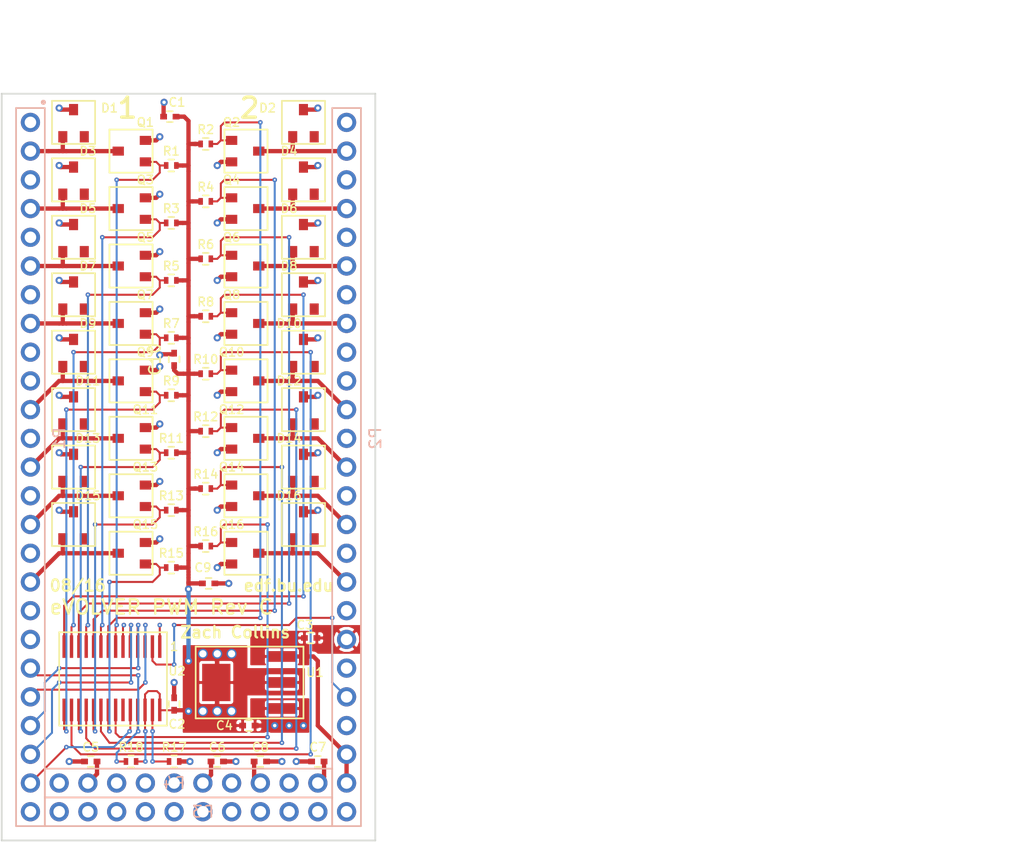
<source format=kicad_pcb>
(kicad_pcb (version 4) (host pcbnew 4.0.7)
  (layers (0 F.Cu signal) (1 In1.Cu power) (2 In2.Cu power) (31 B.Cu signal) (34 B.Paste user) (35 F.Paste user) (36 B.SilkS user) (37 F.SilkS user) (38 B.Mask user) (39 F.Mask user) (44 Edge.Cuts user))
  (net 0 "")
  (net 1 +3V3)
  (net 2 GND)
  (net 3 +24V)
  (net 4 /OUT_0)
  (net 5 /OUT_1)
  (net 6 /OUT_2)
  (net 7 /OUT_3)
  (net 8 /OUT_4)
  (net 9 /OUT_5)
  (net 10 /OUT_6)
  (net 11 /OUT_7)
  (net 12 /OUT_8)
  (net 13 /OUT_9)
  (net 14 /OUT_10)
  (net 15 /OUT_11)
  (net 16 /OUT_12)
  (net 17 /OUT_13)
  (net 18 /OUT_14)
  (net 19 /OUT_15)
  (net 20 /GSCLK)
  (net 21 /XLAT)
  (net 22 /SCLK)
  (net 23 /SIN)
  (net 24 /SOUT)
  (net 25 +5V)
  (net 26 "Net-(R17-Pad1)")
  (net 27 /GATE0)
  (net 28 /GATE1)
  (net 29 /GATE2)
  (net 30 /GATE3)
  (net 31 /GATE4)
  (net 32 /GATE5)
  (net 33 /GATE6)
  (net 34 /GATE7)
  (net 35 /GATE8)
  (net 36 /GATE9)
  (net 37 /GATE10)
  (net 38 /GATE11)
  (net 39 /GATE12)
  (net 40 /GATE13)
  (net 41 /GATE14)
  (net 42 /GATE15)
  (net 43 /BLANK)
  (module mods:R_0402 (layer F.Cu) (at 171.704 90.805)
    (fp_text reference R8 (at 0 -1.27) (layer F.SilkS) (effects (font (size 0.762 0.762) (thickness 0.127))))
    (fp_text value 10K hide)
    (pad 1 smd rect (at -0.45 0) (size 0.4 0.6) (layers F.Cu F.Paste F.Mask) (net 1 +3V3))
    (pad 2 smd rect (at 0.45 0) (size 0.4 0.6) (layers F.Cu F.Paste F.Mask) (net 34 /GATE7))
  )
  (module mods:TLC5940PWP (layer F.Cu) (at 163.83 122.555 180)
    (fp_text reference U2 (at -5.334 0.381 180) (layer F.SilkS) (effects (font (size 0.762 0.762) (thickness 0.127))))
    (fp_text value TLC5940PWP hide)
    (fp_text user 1 (at -5.08 2.54 180) (layer F.SilkS) (effects (font (size 0.762 0.762) (thickness 0.127))))
    (pad 1 smd rect (at -3.81 2.54 180) (size 0.3 2) (layers F.Cu F.Paste F.Mask) (net 2 GND))
    (pad 2 smd rect (at -3.16 2.54 180) (size 0.3 2) (layers F.Cu F.Paste F.Mask) (net 43 /BLANK))
    (pad 3 smd rect (at -2.51 2.54 180) (size 0.3 2) (layers F.Cu F.Paste F.Mask) (net 21 /XLAT))
    (pad 4 smd rect (at -1.86 2.54 180) (size 0.3 2) (layers F.Cu F.Paste F.Mask) (net 22 /SCLK))
    (pad 5 smd rect (at -1.21 2.54 180) (size 0.3 2) (layers F.Cu F.Paste F.Mask) (net 23 /SIN))
    (pad 6 smd rect (at -0.56 2.54 180) (size 0.3 2) (layers F.Cu F.Paste F.Mask) (net 2 GND))
    (pad 7 smd rect (at 0.09 2.54 180) (size 0.3 2) (layers F.Cu F.Paste F.Mask) (net 27 /GATE0))
    (pad 8 smd rect (at 0.74 2.54 180) (size 0.3 2) (layers F.Cu F.Paste F.Mask) (net 28 /GATE1))
    (pad 9 smd rect (at 1.39 2.54 180) (size 0.3 2) (layers F.Cu F.Paste F.Mask) (net 29 /GATE2))
    (pad 10 smd rect (at 2.04 2.54 180) (size 0.3 2) (layers F.Cu F.Paste F.Mask) (net 30 /GATE3))
    (pad 11 smd rect (at 2.69 2.54 180) (size 0.3 2) (layers F.Cu F.Paste F.Mask) (net 31 /GATE4))
    (pad 12 smd rect (at 3.34 2.54 180) (size 0.3 2) (layers F.Cu F.Paste F.Mask) (net 32 /GATE5))
    (pad 13 smd rect (at 3.99 2.54 180) (size 0.3 2) (layers F.Cu F.Paste F.Mask) (net 33 /GATE6))
    (pad 14 smd rect (at 4.64 2.54 180) (size 0.3 2) (layers F.Cu F.Paste F.Mask) (net 34 /GATE7))
    (pad 15 smd rect (at 4.64 -3.06 180) (size 0.3 2) (layers F.Cu F.Paste F.Mask) (net 35 /GATE8))
    (pad 16 smd rect (at 3.99 -3.06 180) (size 0.3 2) (layers F.Cu F.Paste F.Mask) (net 36 /GATE9))
    (pad 17 smd rect (at 3.34 -3.06 180) (size 0.3 2) (layers F.Cu F.Paste F.Mask) (net 37 /GATE10))
    (pad 18 smd rect (at 2.69 -3.06 180) (size 0.3 2) (layers F.Cu F.Paste F.Mask) (net 38 /GATE11))
    (pad 19 smd rect (at 2.04 -3.06 180) (size 0.3 2) (layers F.Cu F.Paste F.Mask) (net 39 /GATE12))
    (pad 20 smd rect (at 1.39 -3.06 180) (size 0.3 2) (layers F.Cu F.Paste F.Mask) (net 40 /GATE13))
    (pad 21 smd rect (at 0.74 -3.06 180) (size 0.3 2) (layers F.Cu F.Paste F.Mask) (net 41 /GATE14))
    (pad 22 smd rect (at 0.09 -3.06 180) (size 0.3 2) (layers F.Cu F.Paste F.Mask) (net 42 /GATE15))
    (pad 23 smd rect (at -0.56 -3.06 180) (size 0.3 2) (layers F.Cu F.Paste F.Mask))
    (pad 24 smd rect (at -1.21 -3.06 180) (size 0.3 2) (layers F.Cu F.Paste F.Mask) (net 24 /SOUT))
    (pad 25 smd rect (at -1.86 -3.06 180) (size 0.3 2) (layers F.Cu F.Paste F.Mask) (net 20 /GSCLK))
    (pad 26 smd rect (at -2.51 -3.06 180) (size 0.3 2) (layers F.Cu F.Paste F.Mask) (net 1 +3V3))
    (pad 27 smd rect (at -3.16 -3.06 180) (size 0.3 2) (layers F.Cu F.Paste F.Mask) (net 26 "Net-(R17-Pad1)"))
    (pad 28 smd rect (at -3.81 -3.06 180) (size 0.3 2) (layers F.Cu F.Paste F.Mask) (net 1 +3V3))
  )
  (module mods:ZHCS506TA (layer F.Cu) (at 160.02 80.01)
    (fp_text reference D3 (at 1.27 -3.81) (layer F.SilkS) (effects (font (size 0.762 0.762) (thickness 0.127))))
    (fp_text value ZHCS506TA hide)
    (pad 3 smd rect (at -0.95 0) (size 0.8 1) (layers F.Cu F.Paste F.Mask) (net 6 /OUT_2))
    (pad 1 smd rect (at 0 -2.4) (size 0.8 1) (layers F.Cu F.Paste F.Mask) (net 3 +24V))
    (pad 2 smd rect (at 0.95 0) (size 0.8 1) (layers F.Cu F.Paste F.Mask))
  )
  (module mods:R_0402 (layer F.Cu) (at 168.656 82.55 180)
    (fp_text reference R3 (at 0 1.27 180) (layer F.SilkS) (effects (font (size 0.762 0.762) (thickness 0.127))))
    (fp_text value 10K hide)
    (pad 1 smd rect (at -0.45 0 180) (size 0.4 0.6) (layers F.Cu F.Paste F.Mask) (net 1 +3V3))
    (pad 2 smd rect (at 0.45 0 180) (size 0.4 0.6) (layers F.Cu F.Paste F.Mask) (net 29 /GATE2))
  )
  (module mods:C_0402 (layer F.Cu) (at 168.529 73.152 180)
    (fp_text reference C1 (at -0.635 1.27 360) (layer F.SilkS) (effects (font (size 0.762 0.762) (thickness 0.127))))
    (fp_text value 0.1uF hide)
    (pad 1 smd rect (at -0.55 0 180) (size 0.6 0.5) (layers F.Cu F.Paste F.Mask) (net 1 +3V3))
    (pad 2 smd rect (at 0.55 0 180) (size 0.6 0.5) (layers F.Cu F.Paste F.Mask) (net 2 GND))
  )
  (module mods:C_0402 (layer F.Cu) (at 168.91 125.095 90)
    (fp_text reference C2 (at -1.778 0.254 180) (layer F.SilkS) (effects (font (size 0.762 0.762) (thickness 0.127))))
    (fp_text value 0.1uF hide)
    (pad 1 smd rect (at -0.55 0 90) (size 0.6 0.5) (layers F.Cu F.Paste F.Mask) (net 1 +3V3))
    (pad 2 smd rect (at 0.55 0 90) (size 0.6 0.5) (layers F.Cu F.Paste F.Mask) (net 2 GND))
  )
  (module mods:C_0402 (layer F.Cu) (at 180.975 119.253)
    (fp_text reference C3 (at -0.508 -1.143) (layer F.SilkS) (effects (font (size 0.762 0.762) (thickness 0.127))))
    (fp_text value 1uF hide)
    (pad 1 smd rect (at -0.55 0) (size 0.6 0.5) (layers F.Cu F.Paste F.Mask) (net 25 +5V))
    (pad 2 smd rect (at 0.55 0) (size 0.6 0.5) (layers F.Cu F.Paste F.Mask) (net 2 GND))
  )
  (module mods:C_0402 (layer F.Cu) (at 175.514 127)
    (fp_text reference C4 (at -2.159 0) (layer F.SilkS) (effects (font (size 0.762 0.762) (thickness 0.127))))
    (fp_text value 1uF hide)
    (pad 1 smd rect (at -0.55 0) (size 0.6 0.5) (layers F.Cu F.Paste F.Mask) (net 1 +3V3))
    (pad 2 smd rect (at 0.55 0) (size 0.6 0.5) (layers F.Cu F.Paste F.Mask) (net 2 GND))
  )
  (module mods:R_0402 (layer F.Cu) (at 168.656 77.47 180)
    (fp_text reference R1 (at 0 1.27 180) (layer F.SilkS) (effects (font (size 0.762 0.762) (thickness 0.127))))
    (fp_text value 10K hide)
    (pad 1 smd rect (at -0.45 0 180) (size 0.4 0.6) (layers F.Cu F.Paste F.Mask) (net 1 +3V3))
    (pad 2 smd rect (at 0.45 0 180) (size 0.4 0.6) (layers F.Cu F.Paste F.Mask) (net 27 /GATE0))
  )
  (module mods:R_0402 (layer F.Cu) (at 171.704 75.565)
    (fp_text reference R2 (at 0 -1.27) (layer F.SilkS) (effects (font (size 0.762 0.762) (thickness 0.127))))
    (fp_text value 10K hide)
    (pad 1 smd rect (at -0.45 0) (size 0.4 0.6) (layers F.Cu F.Paste F.Mask) (net 1 +3V3))
    (pad 2 smd rect (at 0.45 0) (size 0.4 0.6) (layers F.Cu F.Paste F.Mask) (net 28 /GATE1))
  )
  (module mods:R_0402 (layer F.Cu) (at 171.704 80.645)
    (fp_text reference R4 (at 0 -1.27) (layer F.SilkS) (effects (font (size 0.762 0.762) (thickness 0.127))))
    (fp_text value 10K hide)
    (pad 1 smd rect (at -0.45 0) (size 0.4 0.6) (layers F.Cu F.Paste F.Mask) (net 1 +3V3))
    (pad 2 smd rect (at 0.45 0) (size 0.4 0.6) (layers F.Cu F.Paste F.Mask) (net 30 /GATE3))
  )
  (module mods:R_0402 (layer F.Cu) (at 168.656 87.63 180)
    (fp_text reference R5 (at 0 1.27 180) (layer F.SilkS) (effects (font (size 0.762 0.762) (thickness 0.127))))
    (fp_text value 10K hide)
    (pad 1 smd rect (at -0.45 0 180) (size 0.4 0.6) (layers F.Cu F.Paste F.Mask) (net 1 +3V3))
    (pad 2 smd rect (at 0.45 0 180) (size 0.4 0.6) (layers F.Cu F.Paste F.Mask) (net 31 /GATE4))
  )
  (module mods:R_0402 (layer F.Cu) (at 171.704 85.725)
    (fp_text reference R6 (at 0 -1.27) (layer F.SilkS) (effects (font (size 0.762 0.762) (thickness 0.127))))
    (fp_text value 10K hide)
    (pad 1 smd rect (at -0.45 0) (size 0.4 0.6) (layers F.Cu F.Paste F.Mask) (net 1 +3V3))
    (pad 2 smd rect (at 0.45 0) (size 0.4 0.6) (layers F.Cu F.Paste F.Mask) (net 32 /GATE5))
  )
  (module mods:R_0402 (layer F.Cu) (at 168.656 92.71 180)
    (fp_text reference R7 (at 0 1.27 180) (layer F.SilkS) (effects (font (size 0.762 0.762) (thickness 0.127))))
    (fp_text value 10K hide)
    (pad 1 smd rect (at -0.45 0 180) (size 0.4 0.6) (layers F.Cu F.Paste F.Mask) (net 1 +3V3))
    (pad 2 smd rect (at 0.45 0 180) (size 0.4 0.6) (layers F.Cu F.Paste F.Mask) (net 33 /GATE6))
  )
  (module mods:R_0402 (layer F.Cu) (at 168.656 97.79 180)
    (fp_text reference R9 (at 0 1.27 180) (layer F.SilkS) (effects (font (size 0.762 0.762) (thickness 0.127))))
    (fp_text value 10K hide)
    (pad 1 smd rect (at -0.45 0 180) (size 0.4 0.6) (layers F.Cu F.Paste F.Mask) (net 1 +3V3))
    (pad 2 smd rect (at 0.45 0 180) (size 0.4 0.6) (layers F.Cu F.Paste F.Mask) (net 35 /GATE8))
  )
  (module mods:R_0402 (layer F.Cu) (at 171.704 95.885)
    (fp_text reference R10 (at 0 -1.27) (layer F.SilkS) (effects (font (size 0.762 0.762) (thickness 0.127))))
    (fp_text value 10K hide)
    (pad 1 smd rect (at -0.45 0) (size 0.4 0.6) (layers F.Cu F.Paste F.Mask) (net 1 +3V3))
    (pad 2 smd rect (at 0.45 0) (size 0.4 0.6) (layers F.Cu F.Paste F.Mask) (net 36 /GATE9))
  )
  (module mods:R_0402 (layer F.Cu) (at 168.656 102.87 180)
    (fp_text reference R11 (at 0 1.27 180) (layer F.SilkS) (effects (font (size 0.762 0.762) (thickness 0.127))))
    (fp_text value 10K hide)
    (pad 1 smd rect (at -0.45 0 180) (size 0.4 0.6) (layers F.Cu F.Paste F.Mask) (net 1 +3V3))
    (pad 2 smd rect (at 0.45 0 180) (size 0.4 0.6) (layers F.Cu F.Paste F.Mask) (net 37 /GATE10))
  )
  (module mods:R_0402 (layer F.Cu) (at 171.704 100.965)
    (fp_text reference R12 (at 0 -1.27) (layer F.SilkS) (effects (font (size 0.762 0.762) (thickness 0.127))))
    (fp_text value 10K hide)
    (pad 1 smd rect (at -0.45 0) (size 0.4 0.6) (layers F.Cu F.Paste F.Mask) (net 1 +3V3))
    (pad 2 smd rect (at 0.45 0) (size 0.4 0.6) (layers F.Cu F.Paste F.Mask) (net 38 /GATE11))
  )
  (module mods:R_0402 (layer F.Cu) (at 168.656 107.95 180)
    (fp_text reference R13 (at 0 1.27 180) (layer F.SilkS) (effects (font (size 0.762 0.762) (thickness 0.127))))
    (fp_text value 10K hide)
    (pad 1 smd rect (at -0.45 0 180) (size 0.4 0.6) (layers F.Cu F.Paste F.Mask) (net 1 +3V3))
    (pad 2 smd rect (at 0.45 0 180) (size 0.4 0.6) (layers F.Cu F.Paste F.Mask) (net 39 /GATE12))
  )
  (module mods:R_0402 (layer F.Cu) (at 171.704 106.045)
    (fp_text reference R14 (at 0 -1.27) (layer F.SilkS) (effects (font (size 0.762 0.762) (thickness 0.127))))
    (fp_text value 10K hide)
    (pad 1 smd rect (at -0.45 0) (size 0.4 0.6) (layers F.Cu F.Paste F.Mask) (net 1 +3V3))
    (pad 2 smd rect (at 0.45 0) (size 0.4 0.6) (layers F.Cu F.Paste F.Mask) (net 40 /GATE13))
  )
  (module mods:R_0402 (layer F.Cu) (at 168.656 113.03 180)
    (fp_text reference R15 (at 0 1.27 180) (layer F.SilkS) (effects (font (size 0.762 0.762) (thickness 0.127))))
    (fp_text value 10K hide)
    (pad 1 smd rect (at -0.45 0 180) (size 0.4 0.6) (layers F.Cu F.Paste F.Mask) (net 1 +3V3))
    (pad 2 smd rect (at 0.45 0 180) (size 0.4 0.6) (layers F.Cu F.Paste F.Mask) (net 41 /GATE14))
  )
  (module mods:R_0402 (layer F.Cu) (at 171.704 111.125)
    (fp_text reference R16 (at 0 -1.27) (layer F.SilkS) (effects (font (size 0.762 0.762) (thickness 0.127))))
    (fp_text value 10K hide)
    (pad 1 smd rect (at -0.45 0) (size 0.4 0.6) (layers F.Cu F.Paste F.Mask) (net 1 +3V3))
    (pad 2 smd rect (at 0.45 0) (size 0.4 0.6) (layers F.Cu F.Paste F.Mask) (net 42 /GATE15))
  )
  (module mods:R_0402 (layer F.Cu) (at 168.91 130.175)
    (fp_text reference R17 (at 0 -1.27) (layer F.SilkS) (effects (font (size 0.762 0.762) (thickness 0.127))))
    (fp_text value 2.2k hide)
    (pad 1 smd rect (at -0.45 0) (size 0.4 0.6) (layers F.Cu F.Paste F.Mask) (net 26 "Net-(R17-Pad1)"))
    (pad 2 smd rect (at 0.45 0) (size 0.4 0.6) (layers F.Cu F.Paste F.Mask) (net 2 GND))
  )
  (module mods:TLV1117LV33DCYR (layer F.Cu) (at 175.895 123.19 90)
    (fp_text reference U1 (at 0.889 5.461 180) (layer F.SilkS) (effects (font (size 0.762 0.762) (thickness 0.127))))
    (fp_text value TLV1117LV33DCYR hide)
    (pad Tab smd rect (at 0 -3.26 90) (size 3.3 2.5) (layers F.Cu F.Paste F.Mask) (net 1 +3V3))
    (pad 2 smd rect (at 0 2.54 90) (size 0.95 2.5) (layers F.Cu F.Paste F.Mask) (net 1 +3V3))
    (pad 3 smd rect (at 2.3 2.54 90) (size 0.95 2.5) (layers F.Cu F.Paste F.Mask) (net 25 +5V))
    (pad 1 smd rect (at -2.3 2.54 90) (size 0.95 2.5) (layers F.Cu F.Paste F.Mask) (net 2 GND))
  )
  (module mods:ZHCS506TA (layer F.Cu) (at 160.02 74.93)
    (fp_text reference D1 (at 3.175 -2.54) (layer F.SilkS) (effects (font (size 0.762 0.762) (thickness 0.127))))
    (fp_text value ZHCS506TA hide)
    (pad 3 smd rect (at -0.95 0) (size 0.8 1) (layers F.Cu F.Paste F.Mask) (net 4 /OUT_0))
    (pad 1 smd rect (at 0 -2.4) (size 0.8 1) (layers F.Cu F.Paste F.Mask) (net 3 +24V))
    (pad 2 smd rect (at 0.95 0) (size 0.8 1) (layers F.Cu F.Paste F.Mask))
  )
  (module mods:ZHCS506TA (layer F.Cu) (at 180.34 74.93)
    (fp_text reference D2 (at -3.175 -2.54) (layer F.SilkS) (effects (font (size 0.762 0.762) (thickness 0.127))))
    (fp_text value ZHCS506TA hide)
    (pad 3 smd rect (at -0.95 0) (size 0.8 1) (layers F.Cu F.Paste F.Mask) (net 5 /OUT_1))
    (pad 1 smd rect (at 0 -2.4) (size 0.8 1) (layers F.Cu F.Paste F.Mask) (net 3 +24V))
    (pad 2 smd rect (at 0.95 0) (size 0.8 1) (layers F.Cu F.Paste F.Mask))
  )
  (module mods:ZHCS506TA (layer F.Cu) (at 160.02 85.09)
    (fp_text reference D5 (at 1.27 -3.81) (layer F.SilkS) (effects (font (size 0.762 0.762) (thickness 0.127))))
    (fp_text value ZHCS506TA hide)
    (pad 3 smd rect (at -0.95 0) (size 0.8 1) (layers F.Cu F.Paste F.Mask) (net 8 /OUT_4))
    (pad 1 smd rect (at 0 -2.4) (size 0.8 1) (layers F.Cu F.Paste F.Mask) (net 3 +24V))
    (pad 2 smd rect (at 0.95 0) (size 0.8 1) (layers F.Cu F.Paste F.Mask))
  )
  (module mods:ZHCS506TA (layer F.Cu) (at 180.34 85.09)
    (fp_text reference D6 (at -1.27 -3.81) (layer F.SilkS) (effects (font (size 0.762 0.762) (thickness 0.127))))
    (fp_text value ZHCS506TA hide)
    (pad 3 smd rect (at -0.95 0) (size 0.8 1) (layers F.Cu F.Paste F.Mask) (net 9 /OUT_5))
    (pad 1 smd rect (at 0 -2.4) (size 0.8 1) (layers F.Cu F.Paste F.Mask) (net 3 +24V))
    (pad 2 smd rect (at 0.95 0) (size 0.8 1) (layers F.Cu F.Paste F.Mask))
  )
  (module mods:ZHCS506TA (layer F.Cu) (at 160.02 90.17)
    (fp_text reference D7 (at 1.27 -3.81) (layer F.SilkS) (effects (font (size 0.762 0.762) (thickness 0.127))))
    (fp_text value ZHCS506TA hide)
    (pad 3 smd rect (at -0.95 0) (size 0.8 1) (layers F.Cu F.Paste F.Mask) (net 10 /OUT_6))
    (pad 1 smd rect (at 0 -2.4) (size 0.8 1) (layers F.Cu F.Paste F.Mask) (net 3 +24V))
    (pad 2 smd rect (at 0.95 0) (size 0.8 1) (layers F.Cu F.Paste F.Mask))
  )
  (module mods:ZHCS506TA (layer F.Cu) (at 180.34 90.17)
    (fp_text reference D8 (at -1.27 -3.81) (layer F.SilkS) (effects (font (size 0.762 0.762) (thickness 0.127))))
    (fp_text value ZHCS506TA hide)
    (pad 3 smd rect (at -0.95 0) (size 0.8 1) (layers F.Cu F.Paste F.Mask) (net 11 /OUT_7))
    (pad 1 smd rect (at 0 -2.4) (size 0.8 1) (layers F.Cu F.Paste F.Mask) (net 3 +24V))
    (pad 2 smd rect (at 0.95 0) (size 0.8 1) (layers F.Cu F.Paste F.Mask))
  )
  (module mods:ZHCS506TA (layer F.Cu) (at 160.02 95.25)
    (fp_text reference D9 (at 1.27 -3.81) (layer F.SilkS) (effects (font (size 0.762 0.762) (thickness 0.127))))
    (fp_text value ZHCS506TA hide)
    (pad 3 smd rect (at -0.95 0) (size 0.8 1) (layers F.Cu F.Paste F.Mask) (net 12 /OUT_8))
    (pad 1 smd rect (at 0 -2.4) (size 0.8 1) (layers F.Cu F.Paste F.Mask) (net 3 +24V))
    (pad 2 smd rect (at 0.95 0) (size 0.8 1) (layers F.Cu F.Paste F.Mask))
  )
  (module mods:ZHCS506TA (layer F.Cu) (at 180.34 95.25)
    (fp_text reference D10 (at -1.27 -3.81) (layer F.SilkS) (effects (font (size 0.762 0.762) (thickness 0.127))))
    (fp_text value ZHCS506TA hide)
    (pad 3 smd rect (at -0.95 0) (size 0.8 1) (layers F.Cu F.Paste F.Mask) (net 13 /OUT_9))
    (pad 1 smd rect (at 0 -2.4) (size 0.8 1) (layers F.Cu F.Paste F.Mask) (net 3 +24V))
    (pad 2 smd rect (at 0.95 0) (size 0.8 1) (layers F.Cu F.Paste F.Mask))
  )
  (module mods:ZHCS506TA (layer F.Cu) (at 160.02 100.33)
    (fp_text reference D11 (at 1.27 -3.81) (layer F.SilkS) (effects (font (size 0.762 0.762) (thickness 0.127))))
    (fp_text value ZHCS506TA hide)
    (pad 3 smd rect (at -0.95 0) (size 0.8 1) (layers F.Cu F.Paste F.Mask) (net 14 /OUT_10))
    (pad 1 smd rect (at 0 -2.4) (size 0.8 1) (layers F.Cu F.Paste F.Mask) (net 3 +24V))
    (pad 2 smd rect (at 0.95 0) (size 0.8 1) (layers F.Cu F.Paste F.Mask))
  )
  (module mods:ZHCS506TA (layer F.Cu) (at 180.34 100.33)
    (fp_text reference D12 (at -1.27 -3.81) (layer F.SilkS) (effects (font (size 0.762 0.762) (thickness 0.127))))
    (fp_text value ZHCS506TA hide)
    (pad 3 smd rect (at -0.95 0) (size 0.8 1) (layers F.Cu F.Paste F.Mask) (net 15 /OUT_11))
    (pad 1 smd rect (at 0 -2.4) (size 0.8 1) (layers F.Cu F.Paste F.Mask) (net 3 +24V))
    (pad 2 smd rect (at 0.95 0) (size 0.8 1) (layers F.Cu F.Paste F.Mask))
  )
  (module mods:ZHCS506TA (layer F.Cu) (at 160.02 105.41)
    (fp_text reference D13 (at 1.27 -3.81) (layer F.SilkS) (effects (font (size 0.762 0.762) (thickness 0.127))))
    (fp_text value ZHCS506TA hide)
    (pad 3 smd rect (at -0.95 0) (size 0.8 1) (layers F.Cu F.Paste F.Mask) (net 16 /OUT_12))
    (pad 1 smd rect (at 0 -2.4) (size 0.8 1) (layers F.Cu F.Paste F.Mask) (net 3 +24V))
    (pad 2 smd rect (at 0.95 0) (size 0.8 1) (layers F.Cu F.Paste F.Mask))
  )
  (module mods:ZHCS506TA (layer F.Cu) (at 160.02 110.49)
    (fp_text reference D15 (at 1.27 -3.81) (layer F.SilkS) (effects (font (size 0.762 0.762) (thickness 0.127))))
    (fp_text value ZHCS506TA hide)
    (pad 3 smd rect (at -0.95 0) (size 0.8 1) (layers F.Cu F.Paste F.Mask) (net 18 /OUT_14))
    (pad 1 smd rect (at 0 -2.4) (size 0.8 1) (layers F.Cu F.Paste F.Mask) (net 3 +24V))
    (pad 2 smd rect (at 0.95 0) (size 0.8 1) (layers F.Cu F.Paste F.Mask))
  )
  (module mods:ZHCS506TA (layer F.Cu) (at 180.34 110.49)
    (fp_text reference D16 (at -1.27 -3.81) (layer F.SilkS) (effects (font (size 0.762 0.762) (thickness 0.127))))
    (fp_text value ZHCS506TA hide)
    (pad 3 smd rect (at -0.95 0) (size 0.8 1) (layers F.Cu F.Paste F.Mask) (net 19 /OUT_15))
    (pad 1 smd rect (at 0 -2.4) (size 0.8 1) (layers F.Cu F.Paste F.Mask) (net 3 +24V))
    (pad 2 smd rect (at 0.95 0) (size 0.8 1) (layers F.Cu F.Paste F.Mask))
  )
  (module mods:AO3422 (layer F.Cu) (at 166.37 76.2 90)
    (fp_text reference Q1 (at 2.54 0 180) (layer F.SilkS) (effects (font (size 0.762 0.762) (thickness 0.127))))
    (fp_text value AO3422 hide)
    (pad 1 smd rect (at -0.95 0 90) (size 0.8 1) (layers F.Cu F.Paste F.Mask) (net 27 /GATE0))
    (pad 3 smd rect (at 0 -2.4 90) (size 0.8 1) (layers F.Cu F.Paste F.Mask) (net 4 /OUT_0))
    (pad 2 smd rect (at 0.95 0 90) (size 0.8 1) (layers F.Cu F.Paste F.Mask) (net 2 GND))
  )
  (module mods:AO3422 (layer F.Cu) (at 173.99 76.2 270)
    (fp_text reference Q2 (at -2.54 0 360) (layer F.SilkS) (effects (font (size 0.762 0.762) (thickness 0.127))))
    (fp_text value AO3422 hide)
    (pad 1 smd rect (at -0.95 0 270) (size 0.8 1) (layers F.Cu F.Paste F.Mask) (net 28 /GATE1))
    (pad 3 smd rect (at 0 -2.4 270) (size 0.8 1) (layers F.Cu F.Paste F.Mask) (net 5 /OUT_1))
    (pad 2 smd rect (at 0.95 0 270) (size 0.8 1) (layers F.Cu F.Paste F.Mask) (net 2 GND))
  )
  (module mods:AO3422 (layer F.Cu) (at 166.37 81.28 90)
    (fp_text reference Q3 (at 2.54 0 180) (layer F.SilkS) (effects (font (size 0.762 0.762) (thickness 0.127))))
    (fp_text value AO3422 hide)
    (pad 1 smd rect (at -0.95 0 90) (size 0.8 1) (layers F.Cu F.Paste F.Mask) (net 29 /GATE2))
    (pad 3 smd rect (at 0 -2.4 90) (size 0.8 1) (layers F.Cu F.Paste F.Mask) (net 6 /OUT_2))
    (pad 2 smd rect (at 0.95 0 90) (size 0.8 1) (layers F.Cu F.Paste F.Mask) (net 2 GND))
  )
  (module mods:AO3422 (layer F.Cu) (at 173.99 81.28 270)
    (fp_text reference Q4 (at -2.54 0 360) (layer F.SilkS) (effects (font (size 0.762 0.762) (thickness 0.127))))
    (fp_text value AO3422 hide)
    (pad 1 smd rect (at -0.95 0 270) (size 0.8 1) (layers F.Cu F.Paste F.Mask) (net 30 /GATE3))
    (pad 3 smd rect (at 0 -2.4 270) (size 0.8 1) (layers F.Cu F.Paste F.Mask) (net 7 /OUT_3))
    (pad 2 smd rect (at 0.95 0 270) (size 0.8 1) (layers F.Cu F.Paste F.Mask) (net 2 GND))
  )
  (module mods:AO3422 (layer F.Cu) (at 166.37 86.36 90)
    (fp_text reference Q5 (at 2.54 0 180) (layer F.SilkS) (effects (font (size 0.762 0.762) (thickness 0.127))))
    (fp_text value AO3422 hide)
    (pad 1 smd rect (at -0.95 0 90) (size 0.8 1) (layers F.Cu F.Paste F.Mask) (net 31 /GATE4))
    (pad 3 smd rect (at 0 -2.4 90) (size 0.8 1) (layers F.Cu F.Paste F.Mask) (net 8 /OUT_4))
    (pad 2 smd rect (at 0.95 0 90) (size 0.8 1) (layers F.Cu F.Paste F.Mask) (net 2 GND))
  )
  (module mods:AO3422 (layer F.Cu) (at 173.99 86.36 270)
    (fp_text reference Q6 (at -2.54 0 360) (layer F.SilkS) (effects (font (size 0.762 0.762) (thickness 0.127))))
    (fp_text value AO3422 hide)
    (pad 1 smd rect (at -0.95 0 270) (size 0.8 1) (layers F.Cu F.Paste F.Mask) (net 32 /GATE5))
    (pad 3 smd rect (at 0 -2.4 270) (size 0.8 1) (layers F.Cu F.Paste F.Mask) (net 9 /OUT_5))
    (pad 2 smd rect (at 0.95 0 270) (size 0.8 1) (layers F.Cu F.Paste F.Mask) (net 2 GND))
  )
  (module mods:AO3422 (layer F.Cu) (at 166.37 91.44 90)
    (fp_text reference Q7 (at 2.54 0 180) (layer F.SilkS) (effects (font (size 0.762 0.762) (thickness 0.127))))
    (fp_text value AO3422 hide)
    (pad 1 smd rect (at -0.95 0 90) (size 0.8 1) (layers F.Cu F.Paste F.Mask) (net 33 /GATE6))
    (pad 3 smd rect (at 0 -2.4 90) (size 0.8 1) (layers F.Cu F.Paste F.Mask) (net 10 /OUT_6))
    (pad 2 smd rect (at 0.95 0 90) (size 0.8 1) (layers F.Cu F.Paste F.Mask) (net 2 GND))
  )
  (module mods:AO3422 (layer F.Cu) (at 173.99 91.44 270)
    (fp_text reference Q8 (at -2.54 0 360) (layer F.SilkS) (effects (font (size 0.762 0.762) (thickness 0.127))))
    (fp_text value AO3422 hide)
    (pad 1 smd rect (at -0.95 0 270) (size 0.8 1) (layers F.Cu F.Paste F.Mask) (net 34 /GATE7))
    (pad 3 smd rect (at 0 -2.4 270) (size 0.8 1) (layers F.Cu F.Paste F.Mask) (net 11 /OUT_7))
    (pad 2 smd rect (at 0.95 0 270) (size 0.8 1) (layers F.Cu F.Paste F.Mask) (net 2 GND))
  )
  (module mods:AO3422 (layer F.Cu) (at 166.37 96.52 90)
    (fp_text reference Q9 (at 2.54 0 180) (layer F.SilkS) (effects (font (size 0.762 0.762) (thickness 0.127))))
    (fp_text value AO3422 hide)
    (pad 1 smd rect (at -0.95 0 90) (size 0.8 1) (layers F.Cu F.Paste F.Mask) (net 35 /GATE8))
    (pad 3 smd rect (at 0 -2.4 90) (size 0.8 1) (layers F.Cu F.Paste F.Mask) (net 12 /OUT_8))
    (pad 2 smd rect (at 0.95 0 90) (size 0.8 1) (layers F.Cu F.Paste F.Mask) (net 2 GND))
  )
  (module mods:AO3422 (layer F.Cu) (at 173.99 96.52 270)
    (fp_text reference Q10 (at -2.54 0 360) (layer F.SilkS) (effects (font (size 0.762 0.762) (thickness 0.127))))
    (fp_text value AO3422 hide)
    (pad 1 smd rect (at -0.95 0 270) (size 0.8 1) (layers F.Cu F.Paste F.Mask) (net 36 /GATE9))
    (pad 3 smd rect (at 0 -2.4 270) (size 0.8 1) (layers F.Cu F.Paste F.Mask) (net 13 /OUT_9))
    (pad 2 smd rect (at 0.95 0 270) (size 0.8 1) (layers F.Cu F.Paste F.Mask) (net 2 GND))
  )
  (module mods:AO3422 (layer F.Cu) (at 166.37 101.6 90)
    (fp_text reference Q11 (at 2.54 0 180) (layer F.SilkS) (effects (font (size 0.762 0.762) (thickness 0.127))))
    (fp_text value AO3422 hide)
    (pad 1 smd rect (at -0.95 0 90) (size 0.8 1) (layers F.Cu F.Paste F.Mask) (net 37 /GATE10))
    (pad 3 smd rect (at 0 -2.4 90) (size 0.8 1) (layers F.Cu F.Paste F.Mask) (net 14 /OUT_10))
    (pad 2 smd rect (at 0.95 0 90) (size 0.8 1) (layers F.Cu F.Paste F.Mask) (net 2 GND))
  )
  (module mods:AO3422 (layer F.Cu) (at 173.99 101.6 270)
    (fp_text reference Q12 (at -2.54 0 360) (layer F.SilkS) (effects (font (size 0.762 0.762) (thickness 0.127))))
    (fp_text value AO3422 hide)
    (pad 1 smd rect (at -0.95 0 270) (size 0.8 1) (layers F.Cu F.Paste F.Mask) (net 38 /GATE11))
    (pad 3 smd rect (at 0 -2.4 270) (size 0.8 1) (layers F.Cu F.Paste F.Mask) (net 15 /OUT_11))
    (pad 2 smd rect (at 0.95 0 270) (size 0.8 1) (layers F.Cu F.Paste F.Mask) (net 2 GND))
  )
  (module mods:AO3422 (layer F.Cu) (at 166.37 106.68 90)
    (fp_text reference Q13 (at 2.54 0 180) (layer F.SilkS) (effects (font (size 0.762 0.762) (thickness 0.127))))
    (fp_text value AO3422 hide)
    (pad 1 smd rect (at -0.95 0 90) (size 0.8 1) (layers F.Cu F.Paste F.Mask) (net 39 /GATE12))
    (pad 3 smd rect (at 0 -2.4 90) (size 0.8 1) (layers F.Cu F.Paste F.Mask) (net 16 /OUT_12))
    (pad 2 smd rect (at 0.95 0 90) (size 0.8 1) (layers F.Cu F.Paste F.Mask) (net 2 GND))
  )
  (module mods:AO3422 (layer F.Cu) (at 173.99 106.68 270)
    (fp_text reference Q14 (at -2.54 0 360) (layer F.SilkS) (effects (font (size 0.762 0.762) (thickness 0.127))))
    (fp_text value AO3422 hide)
    (pad 1 smd rect (at -0.95 0 270) (size 0.8 1) (layers F.Cu F.Paste F.Mask) (net 40 /GATE13))
    (pad 3 smd rect (at 0 -2.4 270) (size 0.8 1) (layers F.Cu F.Paste F.Mask) (net 17 /OUT_13))
    (pad 2 smd rect (at 0.95 0 270) (size 0.8 1) (layers F.Cu F.Paste F.Mask) (net 2 GND))
  )
  (module mods:AO3422 (layer F.Cu) (at 166.37 111.76 90)
    (fp_text reference Q15 (at 2.54 0 180) (layer F.SilkS) (effects (font (size 0.762 0.762) (thickness 0.127))))
    (fp_text value AO3422 hide)
    (pad 1 smd rect (at -0.95 0 90) (size 0.8 1) (layers F.Cu F.Paste F.Mask) (net 41 /GATE14))
    (pad 3 smd rect (at 0 -2.4 90) (size 0.8 1) (layers F.Cu F.Paste F.Mask) (net 18 /OUT_14))
    (pad 2 smd rect (at 0.95 0 90) (size 0.8 1) (layers F.Cu F.Paste F.Mask) (net 2 GND))
  )
  (module mods:AO3422 (layer F.Cu) (at 173.99 111.76 270)
    (fp_text reference Q16 (at -2.54 0 360) (layer F.SilkS) (effects (font (size 0.762 0.762) (thickness 0.127))))
    (fp_text value AO3422 hide)
    (pad 1 smd rect (at -0.95 0 270) (size 0.8 1) (layers F.Cu F.Paste F.Mask) (net 42 /GATE15))
    (pad 3 smd rect (at 0 -2.4 270) (size 0.8 1) (layers F.Cu F.Paste F.Mask) (net 19 /OUT_15))
    (pad 2 smd rect (at 0.95 0 270) (size 0.8 1) (layers F.Cu F.Paste F.Mask) (net 2 GND))
  )
  (module mods:C_0402 (layer F.Cu) (at 161.544 130.175 180)
    (fp_text reference C5 (at 0 1.27 180) (layer F.SilkS) (effects (font (size 0.762 0.762) (thickness 0.127))))
    (fp_text value 0.1uF hide)
    (pad 1 smd rect (at -0.55 0 180) (size 0.6 0.5) (layers F.Cu F.Paste F.Mask) (net 3 +24V))
    (pad 2 smd rect (at 0.55 0 180) (size 0.6 0.5) (layers F.Cu F.Paste F.Mask) (net 2 GND))
  )
  (module mods:ZHCS506TA (layer F.Cu) (at 180.34 80.01)
    (fp_text reference D4 (at -1.27 -3.81) (layer F.SilkS) (effects (font (size 0.762 0.762) (thickness 0.127))))
    (fp_text value ZHCS506TA hide)
    (pad 3 smd rect (at -0.95 0) (size 0.8 1) (layers F.Cu F.Paste F.Mask) (net 7 /OUT_3))
    (pad 1 smd rect (at 0 -2.4) (size 0.8 1) (layers F.Cu F.Paste F.Mask) (net 3 +24V))
    (pad 2 smd rect (at 0.95 0) (size 0.8 1) (layers F.Cu F.Paste F.Mask))
  )
  (module mods:C_0402 (layer F.Cu) (at 172.72 130.175)
    (fp_text reference C6 (at 0 -1.27) (layer F.SilkS) (effects (font (size 0.762 0.762) (thickness 0.127))))
    (fp_text value 0.1uF hide)
    (pad 1 smd rect (at -0.55 0) (size 0.6 0.5) (layers F.Cu F.Paste F.Mask) (net 3 +24V))
    (pad 2 smd rect (at 0.55 0) (size 0.6 0.5) (layers F.Cu F.Paste F.Mask) (net 2 GND))
  )
  (module mods:C_0402 (layer F.Cu) (at 181.61 130.175 180)
    (fp_text reference C7 (at 0 1.27 360) (layer F.SilkS) (effects (font (size 0.762 0.762) (thickness 0.127))))
    (fp_text value 0.1uF hide)
    (pad 1 smd rect (at -0.55 0 180) (size 0.6 0.5) (layers F.Cu F.Paste F.Mask) (net 3 +24V))
    (pad 2 smd rect (at 0.55 0 180) (size 0.6 0.5) (layers F.Cu F.Paste F.Mask) (net 2 GND))
  )
  (module mods:C_0402 (layer F.Cu) (at 176.53 130.175)
    (fp_text reference C8 (at 0 -1.27) (layer F.SilkS) (effects (font (size 0.762 0.762) (thickness 0.127))))
    (fp_text value 0.1uF hide)
    (pad 1 smd rect (at -0.55 0) (size 0.6 0.5) (layers F.Cu F.Paste F.Mask) (net 3 +24V))
    (pad 2 smd rect (at 0.55 0) (size 0.6 0.5) (layers F.Cu F.Paste F.Mask) (net 2 GND))
  )
  (module mods:C_0402 (layer F.Cu) (at 171.958 114.427)
    (fp_text reference C9 (at -0.508 -1.397) (layer F.SilkS) (effects (font (size 0.762 0.762) (thickness 0.127))))
    (fp_text value 0.1uF hide)
    (pad 1 smd rect (at -0.55 0) (size 0.6 0.5) (layers F.Cu F.Paste F.Mask) (net 1 +3V3))
    (pad 2 smd rect (at 0.55 0) (size 0.6 0.5) (layers F.Cu F.Paste F.Mask) (net 2 GND))
  )
  (module mods:ZHCS506TA (layer F.Cu) (at 180.34 105.41)
    (fp_text reference D14 (at -1.27 -3.81) (layer F.SilkS) (effects (font (size 0.762 0.762) (thickness 0.127))))
    (fp_text value ZHCS506TA hide)
    (pad 3 smd rect (at -0.95 0) (size 0.8 1) (layers F.Cu F.Paste F.Mask) (net 17 /OUT_13))
    (pad 1 smd rect (at 0 -2.4) (size 0.8 1) (layers F.Cu F.Paste F.Mask) (net 3 +24V))
    (pad 2 smd rect (at 0.95 0) (size 0.8 1) (layers F.Cu F.Paste F.Mask))
  )
  (module mods:R_0402 (layer F.Cu) (at 165.1 130.175 180)
    (fp_text reference R18 (at 0 1.27 180) (layer F.SilkS) (effects (font (size 0.762 0.762) (thickness 0.127))))
    (fp_text value 10K hide)
    (pad 1 smd rect (at -0.45 0 180) (size 0.4 0.6) (layers F.Cu F.Paste F.Mask) (net 1 +3V3))
    (pad 2 smd rect (at 0.45 0 180) (size 0.4 0.6) (layers F.Cu F.Paste F.Mask) (net 20 /GSCLK))
  )
  (module mods:C_0402 (layer F.Cu) (at 168.91 94.615 90)
    (fp_text reference C10 (at 0 -1.7 90) (layer F.SilkS))
    (fp_text value 0.1uF hide)
    (pad 1 smd rect (at -0.55 0 90) (size 0.6 0.5) (layers F.Cu F.Paste F.Mask) (net 1 +3V3))
    (pad 2 smd rect (at 0.55 0 90) (size 0.6 0.5) (layers F.Cu F.Paste F.Mask) (net 2 GND))
  )
  (module mods:25_pin_10in (layer B.Cu) (at 156.21 101.6 270)
    (fp_text reference P1 (at 0 -2.54 270) (layer B.SilkS) (effects (justify mirror)))
    (fp_text value CONN_01X25_1 hide)
    (pad 1 thru_hole circle (at -27.94 0 270) (size 1.7 1.7) (drill 1.02) (layers *.Cu *.Mask) (net 2 GND))
    (pad 2 thru_hole circle (at -25.4 0 270) (size 1.7 1.7) (drill 1.02) (layers *.Cu *.Mask) (net 4 /OUT_0))
    (pad 3 thru_hole circle (at -22.86 0 270) (size 1.7 1.7) (drill 1.02) (layers *.Cu *.Mask) (net 3 +24V))
    (pad 4 thru_hole circle (at -20.32 0 270) (size 1.7 1.7) (drill 1.02) (layers *.Cu *.Mask) (net 6 /OUT_2))
    (pad 5 thru_hole circle (at -17.78 0 270) (size 1.7 1.7) (drill 1.02) (layers *.Cu *.Mask) (net 3 +24V))
    (pad 6 thru_hole circle (at -15.24 0 270) (size 1.7 1.7) (drill 1.02) (layers *.Cu *.Mask) (net 8 /OUT_4))
    (pad 7 thru_hole circle (at -12.7 0 270) (size 1.7 1.7) (drill 1.02) (layers *.Cu *.Mask) (net 3 +24V))
    (pad 8 thru_hole circle (at -10.16 0 270) (size 1.7 1.7) (drill 1.02) (layers *.Cu *.Mask) (net 10 /OUT_6))
    (pad 9 thru_hole circle (at -7.62 0 270) (size 1.7 1.7) (drill 1.02) (layers *.Cu *.Mask) (net 3 +24V))
    (pad 10 thru_hole circle (at -5.08 0 270) (size 1.7 1.7) (drill 1.02) (layers *.Cu *.Mask) (net 2 GND))
    (pad 11 thru_hole circle (at -2.54 0 270) (size 1.7 1.7) (drill 1.02) (layers *.Cu *.Mask) (net 12 /OUT_8))
    (pad 12 thru_hole circle (at 0 0 270) (size 1.7 1.7) (drill 1.02) (layers *.Cu *.Mask) (net 3 +24V))
    (pad 13 thru_hole circle (at 2.54 0 270) (size 1.7 1.7) (drill 1.02) (layers *.Cu *.Mask) (net 14 /OUT_10))
    (pad 14 thru_hole circle (at 5.08 0 270) (size 1.7 1.7) (drill 1.02) (layers *.Cu *.Mask) (net 3 +24V))
    (pad 15 thru_hole circle (at 7.62 0 270) (size 1.7 1.7) (drill 1.02) (layers *.Cu *.Mask) (net 16 /OUT_12))
    (pad 16 thru_hole circle (at 10.16 0 270) (size 1.7 1.7) (drill 1.02) (layers *.Cu *.Mask) (net 3 +24V))
    (pad 17 thru_hole circle (at 12.7 0 270) (size 1.7 1.7) (drill 1.02) (layers *.Cu *.Mask) (net 18 /OUT_14))
    (pad 18 thru_hole circle (at 15.24 0 270) (size 1.7 1.7) (drill 1.02) (layers *.Cu *.Mask) (net 3 +24V))
    (pad 19 thru_hole circle (at 17.78 0 270) (size 1.7 1.7) (drill 1.02) (layers *.Cu *.Mask) (net 2 GND))
    (pad 20 thru_hole circle (at 20.32 0 270) (size 1.7 1.7) (drill 1.02) (layers *.Cu *.Mask) (net 20 /GSCLK))
    (pad 21 thru_hole circle (at 22.86 0 270) (size 1.7 1.7) (drill 1.02) (layers *.Cu *.Mask) (net 21 /XLAT))
    (pad 22 thru_hole circle (at 25.4 0 270) (size 1.7 1.7) (drill 1.02) (layers *.Cu *.Mask) (net 22 /SCLK))
    (pad 23 thru_hole circle (at 27.94 0 270) (size 1.7 1.7) (drill 1.02) (layers *.Cu *.Mask) (net 23 /SIN))
    (pad 24 thru_hole circle (at 30.48 0 270) (size 1.7 1.7) (drill 1.02) (layers *.Cu *.Mask) (net 24 /SOUT))
    (pad 25 thru_hole circle (at 33.02 0 270) (size 1.7 1.7) (drill 1.02) (layers *.Cu *.Mask) (net 2 GND))
  )
  (module mods:25_pin_10in (layer B.Cu) (at 184.15 101.6 270)
    (fp_text reference P2 (at 0 -2.54 270) (layer B.SilkS) (effects (justify mirror)))
    (fp_text value CONN_01X25_2 hide)
    (pad 1 thru_hole circle (at -27.94 0 270) (size 1.7 1.7) (drill 1.02) (layers *.Cu *.Mask) (net 2 GND))
    (pad 2 thru_hole circle (at -25.4 0 270) (size 1.7 1.7) (drill 1.02) (layers *.Cu *.Mask) (net 5 /OUT_1))
    (pad 3 thru_hole circle (at -22.86 0 270) (size 1.7 1.7) (drill 1.02) (layers *.Cu *.Mask) (net 3 +24V))
    (pad 4 thru_hole circle (at -20.32 0 270) (size 1.7 1.7) (drill 1.02) (layers *.Cu *.Mask) (net 7 /OUT_3))
    (pad 5 thru_hole circle (at -17.78 0 270) (size 1.7 1.7) (drill 1.02) (layers *.Cu *.Mask) (net 3 +24V))
    (pad 6 thru_hole circle (at -15.24 0 270) (size 1.7 1.7) (drill 1.02) (layers *.Cu *.Mask) (net 9 /OUT_5))
    (pad 7 thru_hole circle (at -12.7 0 270) (size 1.7 1.7) (drill 1.02) (layers *.Cu *.Mask) (net 3 +24V))
    (pad 8 thru_hole circle (at -10.16 0 270) (size 1.7 1.7) (drill 1.02) (layers *.Cu *.Mask) (net 11 /OUT_7))
    (pad 9 thru_hole circle (at -7.62 0 270) (size 1.7 1.7) (drill 1.02) (layers *.Cu *.Mask) (net 3 +24V))
    (pad 10 thru_hole circle (at -5.08 0 270) (size 1.7 1.7) (drill 1.02) (layers *.Cu *.Mask) (net 2 GND))
    (pad 11 thru_hole circle (at -2.54 0 270) (size 1.7 1.7) (drill 1.02) (layers *.Cu *.Mask) (net 13 /OUT_9))
    (pad 12 thru_hole circle (at 0 0 270) (size 1.7 1.7) (drill 1.02) (layers *.Cu *.Mask) (net 3 +24V))
    (pad 13 thru_hole circle (at 2.54 0 270) (size 1.7 1.7) (drill 1.02) (layers *.Cu *.Mask) (net 15 /OUT_11))
    (pad 14 thru_hole circle (at 5.08 0 270) (size 1.7 1.7) (drill 1.02) (layers *.Cu *.Mask) (net 3 +24V))
    (pad 15 thru_hole circle (at 7.62 0 270) (size 1.7 1.7) (drill 1.02) (layers *.Cu *.Mask) (net 17 /OUT_13))
    (pad 16 thru_hole circle (at 10.16 0 270) (size 1.7 1.7) (drill 1.02) (layers *.Cu *.Mask) (net 3 +24V))
    (pad 17 thru_hole circle (at 12.7 0 270) (size 1.7 1.7) (drill 1.02) (layers *.Cu *.Mask) (net 19 /OUT_15))
    (pad 18 thru_hole circle (at 15.24 0 270) (size 1.7 1.7) (drill 1.02) (layers *.Cu *.Mask) (net 3 +24V))
    (pad 19 thru_hole circle (at 17.78 0 270) (size 1.7 1.7) (drill 1.02) (layers *.Cu *.Mask) (net 2 GND))
    (pad 20 thru_hole circle (at 20.32 0 270) (size 1.7 1.7) (drill 1.02) (layers *.Cu *.Mask))
    (pad 21 thru_hole circle (at 22.86 0 270) (size 1.7 1.7) (drill 1.02) (layers *.Cu *.Mask) (net 43 /BLANK))
    (pad 22 thru_hole circle (at 25.4 0 270) (size 1.7 1.7) (drill 1.02) (layers *.Cu *.Mask))
    (pad 23 thru_hole circle (at 27.94 0 270) (size 1.7 1.7) (drill 1.02) (layers *.Cu *.Mask) (net 25 +5V))
    (pad 24 thru_hole circle (at 30.48 0 270) (size 1.7 1.7) (drill 1.02) (layers *.Cu *.Mask) (net 25 +5V))
    (pad 25 thru_hole circle (at 33.02 0 270) (size 1.7 1.7) (drill 1.02) (layers *.Cu *.Mask) (net 2 GND))
  )
  (module mods:10pin_tenth_in_V2 (layer B.Cu) (at 171.45 132.08 180)
    (fp_text reference P3 (at 0 -2.54 180) (layer B.SilkS) (effects (justify mirror)))
    (fp_text value CONN_01X10 hide)
    (pad 1 thru_hole circle (at -10.16 0 180) (size 1.7 1.7) (drill 1.02) (layers *.Cu *.Mask) (net 3 +24V))
    (pad 2 thru_hole circle (at -7.62 0 180) (size 1.7 1.7) (drill 1.02) (layers *.Cu *.Mask) (net 3 +24V))
    (pad 3 thru_hole circle (at -5.08 0 180) (size 1.7 1.7) (drill 1.02) (layers *.Cu *.Mask) (net 3 +24V))
    (pad 4 thru_hole circle (at -2.54 0 180) (size 1.7 1.7) (drill 1.02) (layers *.Cu *.Mask) (net 3 +24V))
    (pad 5 thru_hole circle (at 0 0 180) (size 1.7 1.7) (drill 1.02) (layers *.Cu *.Mask) (net 3 +24V))
    (pad 6 thru_hole circle (at 2.54 0 180) (size 1.7 1.7) (drill 1.02) (layers *.Cu *.Mask) (net 3 +24V))
    (pad 7 thru_hole circle (at 5.08 0 180) (size 1.7 1.7) (drill 1.02) (layers *.Cu *.Mask) (net 3 +24V))
    (pad 8 thru_hole circle (at 7.62 0 180) (size 1.7 1.7) (drill 1.02) (layers *.Cu *.Mask) (net 3 +24V))
    (pad 9 thru_hole circle (at 10.16 0 180) (size 1.7 1.7) (drill 1.02) (layers *.Cu *.Mask) (net 3 +24V))
    (pad 10 thru_hole circle (at 12.7 0 180) (size 1.7 1.7) (drill 1.02) (layers *.Cu *.Mask) (net 3 +24V))
  )
  (module mods:10pin_tenth_in_V2 (layer B.Cu) (at 168.91 134.62)
    (fp_text reference P4 (at 0 -2.54) (layer B.SilkS) (effects (justify mirror)))
    (fp_text value CONN_01X10 hide)
    (pad 1 thru_hole circle (at -10.16 0) (size 1.7 1.7) (drill 1.02) (layers *.Cu *.Mask) (net 2 GND))
    (pad 2 thru_hole circle (at -7.62 0) (size 1.7 1.7) (drill 1.02) (layers *.Cu *.Mask) (net 2 GND))
    (pad 3 thru_hole circle (at -5.08 0) (size 1.7 1.7) (drill 1.02) (layers *.Cu *.Mask) (net 2 GND))
    (pad 4 thru_hole circle (at -2.54 0) (size 1.7 1.7) (drill 1.02) (layers *.Cu *.Mask) (net 2 GND))
    (pad 5 thru_hole circle (at 0 0) (size 1.7 1.7) (drill 1.02) (layers *.Cu *.Mask) (net 2 GND))
    (pad 6 thru_hole circle (at 2.54 0) (size 1.7 1.7) (drill 1.02) (layers *.Cu *.Mask) (net 2 GND))
    (pad 7 thru_hole circle (at 5.08 0) (size 1.7 1.7) (drill 1.02) (layers *.Cu *.Mask) (net 2 GND))
    (pad 8 thru_hole circle (at 7.62 0) (size 1.7 1.7) (drill 1.02) (layers *.Cu *.Mask) (net 2 GND))
    (pad 9 thru_hole circle (at 10.16 0) (size 1.7 1.7) (drill 1.02) (layers *.Cu *.Mask) (net 2 GND))
    (pad 10 thru_hole circle (at 12.7 0) (size 1.7 1.7) (drill 1.02) (layers *.Cu *.Mask) (net 2 GND))
  )
  (gr_circle (center 157.353 71.882) (end 157.353 71.755) (layer B.SilkS) (width 0.2))
  (gr_text "Zach Collins" (at 174.3075 118.745) (layer F.SilkS) (effects (font (size 1.016 1.016) (thickness 0.2032))))
  (gr_text 08/16 (at 157.7975 114.6175) (layer F.SilkS) (effects (font (size 1.016 1.016) (thickness 0.1905)) (justify left)))
  (gr_text edf.bu.edu (at 174.9425 114.6175) (layer F.SilkS) (effects (font (size 1.016 1.016) (thickness 0.2032)) (justify left)))
  (gr_text "eVOLVER PWM Rev C\n" (at 157.7975 116.5225) (layer F.SilkS) (effects (font (size 1.27 1.27) (thickness 0.2032)) (justify left)))
  (gr_text 2 (at 175.5775 72.39) (layer F.SilkS) (effects (font (size 1.778 1.778) (thickness 0.3))))
  (gr_text 1 (at 164.7825 72.39) (layer F.SilkS) (effects (font (size 1.778 1.778) (thickness 0.3))))
  (gr_line (start 153.67 71.12) (end 186.69 71.12) (angle 90) (layer Edge.Cuts) (width 0.15))
  (gr_line (start 153.67 137.16) (end 186.69 137.16) (angle 90) (layer Edge.Cuts) (width 0.15))
  (gr_line (start 153.67 137.16) (end 153.67 71.12) (angle 90) (layer Edge.Cuts) (width 0.15))
  (gr_line (start 186.69 71.12) (end 186.69 137.16) (angle 90) (layer Edge.Cuts) (width 0.15))
  (segment (start 171.408 114.427) (end 170.18 114.427) (width 0.381) (layer F.Cu) (net 1))
  (segment (start 170.18 114.427) (end 170.18 114.3) (width 0.381) (layer F.Cu) (net 1))
  (segment (start 170.18 113.03) (end 169.545 113.03) (width 0.381) (layer F.Cu) (net 1))
  (segment (start 169.545 113.03) (end 169.106 113.03) (width 0.381) (layer F.Cu) (net 1))
  (segment (start 170.18 111.125) (end 170.815 111.125) (width 0.381) (layer F.Cu) (net 1))
  (segment (start 170.815 111.125) (end 171.254 111.125) (width 0.381) (layer F.Cu) (net 1))
  (segment (start 170.18 107.95) (end 169.672 107.95) (width 0.381) (layer F.Cu) (net 1))
  (segment (start 169.672 107.95) (end 169.106 107.95) (width 0.381) (layer F.Cu) (net 1))
  (segment (start 170.815 106.045) (end 170.18 106.045) (width 0.381) (layer F.Cu) (net 1))
  (segment (start 170.18 102.87) (end 169.672 102.87) (width 0.381) (layer F.Cu) (net 1))
  (segment (start 169.672 102.87) (end 169.106 102.87) (width 0.381) (layer F.Cu) (net 1))
  (segment (start 171.254 100.965) (end 170.18 100.965) (width 0.381) (layer F.Cu) (net 1))
  (segment (start 168.91 95.065) (end 168.91 95.5675) (width 0.381) (layer F.Cu) (net 1))
  (segment (start 169.73 95.885) (end 170.18 95.885) (width 0.381) (layer F.Cu) (net 1))
  (segment (start 169.2275 95.885) (end 169.73 95.885) (width 0.381) (layer F.Cu) (net 1))
  (segment (start 168.91 95.5675) (end 169.2275 95.885) (width 0.381) (layer F.Cu) (net 1))
  (segment (start 170.18 97.79) (end 169.672 97.79) (width 0.381) (layer F.Cu) (net 1))
  (segment (start 169.672 97.79) (end 169.106 97.79) (width 0.381) (layer F.Cu) (net 1))
  (segment (start 170.18 95.885) (end 170.688 95.885) (width 0.381) (layer F.Cu) (net 1))
  (segment (start 170.688 95.885) (end 171.254 95.885) (width 0.381) (layer F.Cu) (net 1))
  (segment (start 170.18 92.71) (end 169.672 92.71) (width 0.381) (layer F.Cu) (net 1))
  (segment (start 169.672 92.71) (end 169.106 92.71) (width 0.381) (layer F.Cu) (net 1))
  (segment (start 170.18 90.805) (end 170.688 90.805) (width 0.381) (layer F.Cu) (net 1))
  (segment (start 170.688 90.805) (end 171.254 90.805) (width 0.381) (layer F.Cu) (net 1))
  (segment (start 170.18 87.63) (end 169.672 87.63) (width 0.381) (layer F.Cu) (net 1))
  (segment (start 169.672 87.63) (end 169.106 87.63) (width 0.381) (layer F.Cu) (net 1))
  (segment (start 171.254 85.725) (end 170.18 85.725) (width 0.381) (layer F.Cu) (net 1))
  (segment (start 170.18 82.55) (end 169.672 82.55) (width 0.381) (layer F.Cu) (net 1))
  (segment (start 169.672 82.55) (end 169.106 82.55) (width 0.381) (layer F.Cu) (net 1))
  (segment (start 170.18 80.645) (end 170.561 80.645) (width 0.381) (layer F.Cu) (net 1))
  (segment (start 170.561 80.645) (end 171.254 80.645) (width 0.381) (layer F.Cu) (net 1))
  (segment (start 170.18 77.47) (end 169.672 77.47) (width 0.381) (layer F.Cu) (net 1))
  (segment (start 169.672 77.47) (end 169.106 77.47) (width 0.381) (layer F.Cu) (net 1))
  (segment (start 170.815 75.565) (end 170.18 75.565) (width 0.381) (layer F.Cu) (net 1))
  (segment (start 166.37 127.508) (end 166.37 130.175) (width 0.1778) (layer B.Cu) (net 1))
  (via (at 166.37 127.508) (size 0.4064) (drill 0.1524) (layers F.Cu B.Cu) (net 1))
  (segment (start 166.34 127.478) (end 166.37 127.508) (width 0.1778) (layer F.Cu) (net 1))
  (segment (start 166.34 125.615) (end 166.34 127.478) (width 0.1778) (layer F.Cu) (net 1))
  (segment (start 166.37 130.175) (end 165.55 130.175) (width 0.1778) (layer F.Cu) (net 1))
  (via (at 166.37 130.175) (size 0.4064) (drill 0.1524) (layers F.Cu B.Cu) (net 1))
  (segment (start 170.18 76.073) (end 170.18 75.565) (width 0.381) (layer F.Cu) (net 1))
  (segment (start 170.18 76.073) (end 170.18 77.47) (width 0.381) (layer F.Cu) (net 1))
  (segment (start 170.18 77.47) (end 170.18 77.978) (width 0.381) (layer F.Cu) (net 1))
  (segment (start 170.18 75.565) (end 170.18 73.533) (width 0.381) (layer F.Cu) (net 1))
  (segment (start 169.799 73.152) (end 169.079 73.152) (width 0.381) (layer F.Cu) (net 1))
  (segment (start 170.18 73.533) (end 169.799 73.152) (width 0.381) (layer F.Cu) (net 1))
  (segment (start 170.18 81.026) (end 170.18 80.645) (width 0.381) (layer F.Cu) (net 1))
  (segment (start 170.18 80.645) (end 170.18 77.978) (width 0.381) (layer F.Cu) (net 1))
  (segment (start 170.18 88.138) (end 170.18 90.805) (width 0.381) (layer F.Cu) (net 1))
  (segment (start 170.18 90.805) (end 170.18 91.313) (width 0.381) (layer F.Cu) (net 1))
  (segment (start 170.18 91.313) (end 170.18 92.71) (width 0.381) (layer F.Cu) (net 1))
  (segment (start 170.18 92.71) (end 170.18 93.218) (width 0.381) (layer F.Cu) (net 1))
  (segment (start 170.18 93.218) (end 170.18 95.504) (width 0.381) (layer F.Cu) (net 1))
  (segment (start 170.18 95.504) (end 170.18 95.885) (width 0.381) (layer F.Cu) (net 1))
  (segment (start 170.18 86.106) (end 170.18 87.63) (width 0.381) (layer F.Cu) (net 1))
  (segment (start 170.18 87.63) (end 170.18 88.138) (width 0.381) (layer F.Cu) (net 1))
  (segment (start 170.18 83.058) (end 170.18 85.725) (width 0.381) (layer F.Cu) (net 1))
  (segment (start 170.18 85.725) (end 170.18 86.106) (width 0.381) (layer F.Cu) (net 1))
  (segment (start 170.18 82.55) (end 170.18 83.058) (width 0.381) (layer F.Cu) (net 1))
  (segment (start 170.18 81.026) (end 170.18 82.55) (width 0.381) (layer F.Cu) (net 1))
  (segment (start 170.18 97.79) (end 170.18 98.298) (width 0.381) (layer F.Cu) (net 1))
  (segment (start 170.18 95.885) (end 170.18 96.393) (width 0.381) (layer F.Cu) (net 1))
  (segment (start 170.18 96.393) (end 170.18 97.79) (width 0.381) (layer F.Cu) (net 1))
  (segment (start 170.18 98.298) (end 170.18 100.965) (width 0.381) (layer F.Cu) (net 1))
  (segment (start 170.18 100.965) (end 170.18 101.346) (width 0.381) (layer F.Cu) (net 1))
  (segment (start 170.18 101.346) (end 170.18 102.87) (width 0.381) (layer F.Cu) (net 1))
  (segment (start 170.18 102.87) (end 170.18 103.378) (width 0.381) (layer F.Cu) (net 1))
  (segment (start 170.18 103.378) (end 170.18 106.045) (width 0.381) (layer F.Cu) (net 1))
  (segment (start 170.18 106.045) (end 170.18 106.553) (width 0.381) (layer F.Cu) (net 1))
  (segment (start 170.18 106.553) (end 170.18 107.95) (width 0.381) (layer F.Cu) (net 1))
  (segment (start 170.18 107.95) (end 170.18 108.458) (width 0.381) (layer F.Cu) (net 1))
  (segment (start 171.254 106.045) (end 170.815 106.045) (width 0.381) (layer F.Cu) (net 1))
  (segment (start 170.815 106.045) (end 170.688 106.045) (width 0.381) (layer F.Cu) (net 1))
  (segment (start 170.18 113.03) (end 170.18 113.411) (width 0.381) (layer F.Cu) (net 1))
  (segment (start 170.18 113.411) (end 170.18 113.665) (width 0.381) (layer F.Cu) (net 1))
  (segment (start 170.18 111.76) (end 170.18 112.395) (width 0.381) (layer F.Cu) (net 1))
  (segment (start 170.18 112.395) (end 170.18 113.03) (width 0.381) (layer F.Cu) (net 1))
  (segment (start 170.18 108.458) (end 170.18 111.125) (width 0.381) (layer F.Cu) (net 1))
  (segment (start 170.18 111.125) (end 170.18 111.76) (width 0.381) (layer F.Cu) (net 1))
  (segment (start 170.18 113.665) (end 170.18 113.919) (width 0.381) (layer F.Cu) (net 1))
  (via (at 170.18 114.935) (size 0.635) (drill 0.3048) (layers F.Cu B.Cu) (net 1))
  (segment (start 170.18 114.935) (end 170.18 121.285) (width 0.381) (layer B.Cu) (net 1))
  (via (at 170.18 121.285) (size 0.635) (drill 0.3048) (layers F.Cu B.Cu) (net 1))
  (segment (start 170.18 113.919) (end 170.18 114.3) (width 0.381) (layer F.Cu) (net 1))
  (segment (start 170.18 114.3) (end 170.18 114.935) (width 0.381) (layer F.Cu) (net 1))
  (segment (start 166.624 123.952) (end 166.34 124.236) (width 0.1778) (layer F.Cu) (net 1))
  (segment (start 166.34 124.236) (end 166.34 125.615) (width 0.1778) (layer F.Cu) (net 1))
  (segment (start 167.386 123.952) (end 167.64 124.206) (width 0.1778) (layer F.Cu) (net 1))
  (segment (start 166.624 123.952) (end 167.386 123.952) (width 0.1778) (layer F.Cu) (net 1))
  (segment (start 167.64 125.615) (end 167.64 124.206) (width 0.1778) (layer F.Cu) (net 1))
  (segment (start 168.91 125.645) (end 170.095 125.645) (width 0.381) (layer F.Cu) (net 1))
  (via (at 170.18 125.73) (size 0.635) (drill 0.3048) (layers F.Cu B.Cu) (net 1))
  (segment (start 170.095 125.645) (end 170.18 125.73) (width 0.381) (layer F.Cu) (net 1))
  (segment (start 168.91 125.645) (end 167.67 125.645) (width 0.1778) (layer F.Cu) (net 1))
  (segment (start 167.67 125.645) (end 167.64 125.615) (width 0.1778) (layer F.Cu) (net 1))
  (segment (start 172.72 125.73) (end 173.99 125.73) (width 0.381) (layer F.Cu) (net 1))
  (via (at 172.72 125.73) (size 0.889) (drill 0.635) (layers F.Cu B.Cu) (net 1))
  (via (at 173.99 125.73) (size 0.889) (drill 0.635) (layers F.Cu B.Cu) (net 1))
  (segment (start 171.45 125.73) (end 172.72 125.73) (width 0.381) (layer F.Cu) (net 1))
  (segment (start 172.72 125.73) (end 172.72 123.275) (width 0.381) (layer F.Cu) (net 1))
  (via (at 171.45 125.73) (size 0.889) (drill 0.635) (layers F.Cu B.Cu) (net 1))
  (segment (start 172.72 120.65) (end 171.45 120.65) (width 0.381) (layer F.Cu) (net 1))
  (via (at 172.72 120.65) (size 0.889) (drill 0.635) (layers F.Cu B.Cu) (net 1))
  (via (at 171.45 120.65) (size 0.889) (drill 0.635) (layers F.Cu B.Cu) (net 1))
  (segment (start 173.99 120.65) (end 172.72 120.65) (width 0.381) (layer F.Cu) (net 1))
  (segment (start 172.72 120.65) (end 172.72 123.105) (width 0.381) (layer F.Cu) (net 1))
  (via (at 173.99 120.65) (size 0.889) (drill 0.635) (layers F.Cu B.Cu) (net 1))
  (segment (start 172.635 123.19) (end 172.72 123.275) (width 0.381) (layer F.Cu) (net 1))
  (segment (start 172.635 123.19) (end 172.72 123.105) (width 0.381) (layer F.Cu) (net 1))
  (segment (start 171.254 75.565) (end 170.815 75.565) (width 0.381) (layer F.Cu) (net 1))
  (segment (start 170.815 75.565) (end 170.688 75.565) (width 0.381) (layer F.Cu) (net 1))
  (segment (start 167.979 73.152) (end 167.979 71.924) (width 0.381) (layer F.Cu) (net 2))
  (segment (start 167.979 71.924) (end 168.021 71.882) (width 0.381) (layer F.Cu) (net 2))
  (via (at 168.021 71.882) (size 0.635) (drill 0.3048) (layers F.Cu B.Cu) (net 2))
  (segment (start 168.91 94.165) (end 167.709 94.165) (width 0.381) (layer F.Cu) (net 2))
  (via (at 167.64 94.234) (size 0.635) (drill 0.3048) (layers F.Cu B.Cu) (net 2))
  (segment (start 167.709 94.165) (end 167.64 94.234) (width 0.381) (layer F.Cu) (net 2))
  (segment (start 160.994 130.175) (end 159.639 130.175) (width 0.381) (layer F.Cu) (net 2))
  (via (at 159.639 130.175) (size 0.635) (drill 0.3048) (layers F.Cu B.Cu) (net 2))
  (segment (start 172.508 114.427) (end 173.736 114.427) (width 0.381) (layer F.Cu) (net 2))
  (via (at 173.736 114.427) (size 0.635) (drill 0.3048) (layers F.Cu B.Cu) (net 2))
  (segment (start 180.34 127) (end 179.07 127) (width 0.381) (layer F.Cu) (net 2))
  (via (at 179.07 127) (size 0.635) (drill 0.3048) (layers F.Cu B.Cu) (net 2))
  (segment (start 177.8 127) (end 176.064 127) (width 0.381) (layer F.Cu) (net 2))
  (via (at 177.8 127) (size 0.635) (drill 0.3048) (layers F.Cu B.Cu) (net 2))
  (segment (start 179.07 127) (end 177.8 127) (width 0.381) (layer F.Cu) (net 2))
  (via (at 180.34 127) (size 0.635) (drill 0.3048) (layers F.Cu B.Cu) (net 2))
  (segment (start 181.06 130.175) (end 179.705 130.175) (width 0.381) (layer F.Cu) (net 2))
  (via (at 179.705 130.175) (size 0.635) (drill 0.3048) (layers F.Cu B.Cu) (net 2))
  (segment (start 177.08 130.175) (end 178.435 130.175) (width 0.381) (layer F.Cu) (net 2))
  (via (at 178.435 130.175) (size 0.635) (drill 0.3048) (layers F.Cu B.Cu) (net 2))
  (segment (start 168.91 124.545) (end 168.91 123.19) (width 0.381) (layer F.Cu) (net 2))
  (via (at 168.91 123.19) (size 0.635) (drill 0.3048) (layers F.Cu B.Cu) (net 2))
  (segment (start 167.64 120.015) (end 167.64 118.11) (width 0.1778) (layer F.Cu) (net 2))
  (via (at 167.64 118.11) (size 0.4064) (drill 0.1524) (layers F.Cu B.Cu) (net 2))
  (segment (start 164.39 120.015) (end 164.39 118.185) (width 0.1778) (layer F.Cu) (net 2))
  (via (at 164.465 118.11) (size 0.4064) (drill 0.1524) (layers F.Cu B.Cu) (net 2))
  (segment (start 164.39 118.185) (end 164.465 118.11) (width 0.1778) (layer F.Cu) (net 2))
  (segment (start 173.27 130.175) (end 174.371 130.175) (width 0.381) (layer F.Cu) (net 2))
  (via (at 174.371 130.175) (size 0.635) (drill 0.3048) (layers F.Cu B.Cu) (net 2))
  (segment (start 169.36 130.175) (end 170.307 130.175) (width 0.381) (layer F.Cu) (net 2))
  (via (at 170.307 130.175) (size 0.635) (drill 0.3048) (layers F.Cu B.Cu) (net 2))
  (segment (start 166.37 110.81) (end 167.32 110.81) (width 0.381) (layer F.Cu) (net 2))
  (via (at 167.64 110.49) (size 0.635) (drill 0.3048) (layers F.Cu B.Cu) (net 2))
  (segment (start 167.32 110.81) (end 167.64 110.49) (width 0.381) (layer F.Cu) (net 2))
  (segment (start 166.37 105.73) (end 167.32 105.73) (width 0.381) (layer F.Cu) (net 2))
  (via (at 167.64 105.41) (size 0.635) (drill 0.3048) (layers F.Cu B.Cu) (net 2))
  (segment (start 167.32 105.73) (end 167.64 105.41) (width 0.381) (layer F.Cu) (net 2))
  (segment (start 166.37 100.65) (end 167.32 100.65) (width 0.381) (layer F.Cu) (net 2))
  (via (at 167.64 100.33) (size 0.635) (drill 0.3048) (layers F.Cu B.Cu) (net 2))
  (segment (start 167.32 100.65) (end 167.64 100.33) (width 0.381) (layer F.Cu) (net 2))
  (segment (start 173.99 112.71) (end 173.04 112.71) (width 0.381) (layer F.Cu) (net 2))
  (via (at 172.72 113.03) (size 0.635) (drill 0.3048) (layers F.Cu B.Cu) (net 2))
  (segment (start 173.04 112.71) (end 172.72 113.03) (width 0.381) (layer F.Cu) (net 2))
  (segment (start 173.99 107.63) (end 173.04 107.63) (width 0.381) (layer F.Cu) (net 2))
  (via (at 172.72 107.95) (size 0.635) (drill 0.3048) (layers F.Cu B.Cu) (net 2))
  (segment (start 173.04 107.63) (end 172.72 107.95) (width 0.381) (layer F.Cu) (net 2))
  (segment (start 173.99 102.55) (end 173.04 102.55) (width 0.381) (layer F.Cu) (net 2))
  (via (at 172.72 102.87) (size 0.635) (drill 0.3048) (layers F.Cu B.Cu) (net 2))
  (segment (start 173.04 102.55) (end 172.72 102.87) (width 0.381) (layer F.Cu) (net 2))
  (segment (start 173.99 97.47) (end 173.04 97.47) (width 0.381) (layer F.Cu) (net 2))
  (via (at 172.72 97.79) (size 0.635) (drill 0.3048) (layers F.Cu B.Cu) (net 2))
  (segment (start 173.04 97.47) (end 172.72 97.79) (width 0.381) (layer F.Cu) (net 2))
  (segment (start 166.37 95.57) (end 167.32 95.57) (width 0.381) (layer F.Cu) (net 2))
  (via (at 167.64 95.25) (size 0.635) (drill 0.3048) (layers F.Cu B.Cu) (net 2))
  (segment (start 167.32 95.57) (end 167.64 95.25) (width 0.381) (layer F.Cu) (net 2))
  (segment (start 173.99 87.31) (end 173.04 87.31) (width 0.381) (layer F.Cu) (net 2))
  (via (at 172.72 87.63) (size 0.635) (drill 0.3048) (layers F.Cu B.Cu) (net 2))
  (segment (start 173.04 87.31) (end 172.72 87.63) (width 0.381) (layer F.Cu) (net 2))
  (segment (start 173.99 92.39) (end 173.04 92.39) (width 0.381) (layer F.Cu) (net 2))
  (via (at 172.72 92.71) (size 0.635) (drill 0.3048) (layers F.Cu B.Cu) (net 2))
  (segment (start 173.04 92.39) (end 172.72 92.71) (width 0.381) (layer F.Cu) (net 2))
  (segment (start 166.37 90.49) (end 167.32 90.49) (width 0.381) (layer F.Cu) (net 2))
  (via (at 167.64 90.17) (size 0.635) (drill 0.3048) (layers F.Cu B.Cu) (net 2))
  (segment (start 167.32 90.49) (end 167.64 90.17) (width 0.381) (layer F.Cu) (net 2))
  (segment (start 166.37 85.41) (end 167.32 85.41) (width 0.381) (layer F.Cu) (net 2))
  (via (at 167.64 85.09) (size 0.635) (drill 0.3048) (layers F.Cu B.Cu) (net 2))
  (segment (start 167.32 85.41) (end 167.64 85.09) (width 0.381) (layer F.Cu) (net 2))
  (segment (start 166.37 80.33) (end 167.32 80.33) (width 0.381) (layer F.Cu) (net 2))
  (via (at 167.64 80.01) (size 0.635) (drill 0.3048) (layers F.Cu B.Cu) (net 2))
  (segment (start 167.32 80.33) (end 167.64 80.01) (width 0.381) (layer F.Cu) (net 2))
  (segment (start 173.99 82.23) (end 173.04 82.23) (width 0.381) (layer F.Cu) (net 2))
  (via (at 172.72 82.55) (size 0.635) (drill 0.3048) (layers F.Cu B.Cu) (net 2))
  (segment (start 173.04 82.23) (end 172.72 82.55) (width 0.381) (layer F.Cu) (net 2))
  (segment (start 173.99 77.15) (end 173.04 77.15) (width 0.381) (layer F.Cu) (net 2))
  (via (at 172.72 77.47) (size 0.635) (drill 0.3048) (layers F.Cu B.Cu) (net 2))
  (segment (start 173.04 77.15) (end 172.72 77.47) (width 0.381) (layer F.Cu) (net 2))
  (segment (start 166.37 75.25) (end 167.32 75.25) (width 0.381) (layer F.Cu) (net 2))
  (via (at 167.64 74.93) (size 0.635) (drill 0.3048) (layers F.Cu B.Cu) (net 2))
  (segment (start 167.32 75.25) (end 167.64 74.93) (width 0.381) (layer F.Cu) (net 2))
  (segment (start 161.29 132.08) (end 162.094 131.276) (width 0.381) (layer F.Cu) (net 3))
  (segment (start 162.094 131.276) (end 162.094 130.175) (width 0.381) (layer F.Cu) (net 3))
  (segment (start 176.53 132.08) (end 175.98 131.53) (width 0.381) (layer F.Cu) (net 3))
  (segment (start 175.98 131.53) (end 175.98 130.175) (width 0.381) (layer F.Cu) (net 3))
  (segment (start 181.61 132.08) (end 182.16 131.53) (width 0.381) (layer F.Cu) (net 3))
  (segment (start 182.16 131.53) (end 182.16 130.175) (width 0.381) (layer F.Cu) (net 3))
  (segment (start 180.34 103.01) (end 181.47 103.01) (width 0.381) (layer F.Cu) (net 3))
  (via (at 181.61 102.87) (size 0.635) (drill 0.3048) (layers F.Cu B.Cu) (net 3))
  (segment (start 181.47 103.01) (end 181.61 102.87) (width 0.381) (layer F.Cu) (net 3))
  (segment (start 172.17 130.175) (end 172.17 131.36) (width 0.381) (layer F.Cu) (net 3))
  (segment (start 172.17 131.36) (end 171.45 132.08) (width 0.381) (layer F.Cu) (net 3))
  (segment (start 180.34 72.53) (end 181.47 72.53) (width 0.381) (layer F.Cu) (net 3))
  (via (at 181.61 72.39) (size 0.635) (drill 0.3048) (layers F.Cu B.Cu) (net 3))
  (segment (start 181.47 72.53) (end 181.61 72.39) (width 0.381) (layer F.Cu) (net 3))
  (segment (start 180.34 77.61) (end 181.47 77.61) (width 0.381) (layer F.Cu) (net 3))
  (via (at 181.61 77.47) (size 0.635) (drill 0.3048) (layers F.Cu B.Cu) (net 3))
  (segment (start 181.47 77.61) (end 181.61 77.47) (width 0.381) (layer F.Cu) (net 3))
  (segment (start 180.34 82.69) (end 181.47 82.69) (width 0.381) (layer F.Cu) (net 3))
  (via (at 181.61 82.55) (size 0.635) (drill 0.3048) (layers F.Cu B.Cu) (net 3))
  (segment (start 181.47 82.69) (end 181.61 82.55) (width 0.381) (layer F.Cu) (net 3))
  (segment (start 180.34 87.77) (end 181.47 87.77) (width 0.381) (layer F.Cu) (net 3))
  (via (at 181.61 87.63) (size 0.635) (drill 0.3048) (layers F.Cu B.Cu) (net 3))
  (segment (start 181.47 87.77) (end 181.61 87.63) (width 0.381) (layer F.Cu) (net 3))
  (segment (start 180.34 92.85) (end 181.47 92.85) (width 0.381) (layer F.Cu) (net 3))
  (via (at 181.61 92.71) (size 0.635) (drill 0.3048) (layers F.Cu B.Cu) (net 3))
  (segment (start 181.47 92.85) (end 181.61 92.71) (width 0.381) (layer F.Cu) (net 3))
  (segment (start 180.34 97.93) (end 181.47 97.93) (width 0.381) (layer F.Cu) (net 3))
  (via (at 181.61 97.79) (size 0.635) (drill 0.3048) (layers F.Cu B.Cu) (net 3))
  (segment (start 181.47 97.93) (end 181.61 97.79) (width 0.381) (layer F.Cu) (net 3))
  (via (at 181.61 107.95) (size 0.635) (drill 0.3048) (layers F.Cu B.Cu) (net 3))
  (segment (start 181.61 107.95) (end 181.47 108.09) (width 0.381) (layer F.Cu) (net 3))
  (segment (start 181.47 108.09) (end 180.34 108.09) (width 0.381) (layer F.Cu) (net 3))
  (segment (start 160.02 103.01) (end 158.89 103.01) (width 0.381) (layer F.Cu) (net 3))
  (via (at 158.75 102.87) (size 0.635) (drill 0.3048) (layers F.Cu B.Cu) (net 3))
  (segment (start 158.89 103.01) (end 158.75 102.87) (width 0.381) (layer F.Cu) (net 3))
  (segment (start 160.02 97.93) (end 158.89 97.93) (width 0.381) (layer F.Cu) (net 3))
  (via (at 158.75 97.79) (size 0.635) (drill 0.3048) (layers F.Cu B.Cu) (net 3))
  (segment (start 158.89 97.93) (end 158.75 97.79) (width 0.381) (layer F.Cu) (net 3))
  (segment (start 160.02 92.85) (end 158.89 92.85) (width 0.381) (layer F.Cu) (net 3))
  (via (at 158.75 92.71) (size 0.635) (drill 0.3048) (layers F.Cu B.Cu) (net 3))
  (segment (start 158.89 92.85) (end 158.75 92.71) (width 0.381) (layer F.Cu) (net 3))
  (segment (start 160.02 87.77) (end 158.89 87.77) (width 0.381) (layer F.Cu) (net 3))
  (via (at 158.75 87.63) (size 0.635) (drill 0.3048) (layers F.Cu B.Cu) (net 3))
  (segment (start 158.89 87.77) (end 158.75 87.63) (width 0.381) (layer F.Cu) (net 3))
  (segment (start 160.02 82.69) (end 158.89 82.69) (width 0.381) (layer F.Cu) (net 3))
  (via (at 158.75 82.55) (size 0.635) (drill 0.3048) (layers F.Cu B.Cu) (net 3))
  (segment (start 158.89 82.69) (end 158.75 82.55) (width 0.381) (layer F.Cu) (net 3))
  (segment (start 160.02 77.61) (end 158.89 77.61) (width 0.381) (layer F.Cu) (net 3))
  (via (at 158.75 77.47) (size 0.635) (drill 0.3048) (layers F.Cu B.Cu) (net 3))
  (segment (start 158.89 77.61) (end 158.75 77.47) (width 0.381) (layer F.Cu) (net 3))
  (segment (start 160.02 72.53) (end 158.89 72.53) (width 0.381) (layer F.Cu) (net 3))
  (via (at 158.75 72.39) (size 0.635) (drill 0.3048) (layers F.Cu B.Cu) (net 3))
  (segment (start 158.89 72.53) (end 158.75 72.39) (width 0.381) (layer F.Cu) (net 3))
  (segment (start 160.02 108.09) (end 158.89 108.09) (width 0.381) (layer F.Cu) (net 3))
  (via (at 158.75 107.95) (size 0.635) (drill 0.3048) (layers F.Cu B.Cu) (net 3))
  (segment (start 158.89 108.09) (end 158.75 107.95) (width 0.381) (layer F.Cu) (net 3))
  (segment (start 159.07 74.93) (end 159.07 76.2) (width 0.381) (layer F.Cu) (net 4))
  (segment (start 159.07 76.2) (end 159.0675 76.2) (width 0.381) (layer F.Cu) (net 4))
  (segment (start 158.75 76.2) (end 159.0675 76.2) (width 0.381) (layer F.Cu) (net 4))
  (segment (start 159.0675 76.2) (end 159.385 76.2) (width 0.381) (layer F.Cu) (net 4))
  (segment (start 159.385 76.2) (end 163.97 76.2) (width 0.381) (layer F.Cu) (net 4))
  (segment (start 157.8 76.2) (end 158.75 76.2) (width 0.381) (layer F.Cu) (net 4))
  (segment (start 156.21 76.2) (end 157.8 76.2) (width 0.381) (layer F.Cu) (net 4))
  (segment (start 179.39 74.93) (end 179.39 76.2) (width 0.381) (layer F.Cu) (net 5))
  (segment (start 179.39 76.2) (end 179.3875 76.2) (width 0.381) (layer F.Cu) (net 5))
  (segment (start 184.15 76.2) (end 179.705 76.2) (width 0.381) (layer F.Cu) (net 5))
  (segment (start 179.07 76.2) (end 176.39 76.2) (width 0.381) (layer F.Cu) (net 5))
  (segment (start 179.705 76.2) (end 179.3875 76.2) (width 0.381) (layer F.Cu) (net 5))
  (segment (start 179.3875 76.2) (end 179.07 76.2) (width 0.381) (layer F.Cu) (net 5))
  (segment (start 159.07 80.01) (end 159.07 81.28) (width 0.381) (layer F.Cu) (net 6))
  (segment (start 159.07 81.28) (end 159.0675 81.28) (width 0.381) (layer F.Cu) (net 6))
  (segment (start 158.75 81.28) (end 159.0675 81.28) (width 0.381) (layer F.Cu) (net 6))
  (segment (start 159.0675 81.28) (end 159.385 81.28) (width 0.381) (layer F.Cu) (net 6))
  (segment (start 159.385 81.28) (end 163.97 81.28) (width 0.381) (layer F.Cu) (net 6))
  (segment (start 156.21 81.28) (end 158.75 81.28) (width 0.381) (layer F.Cu) (net 6))
  (segment (start 179.39 80.01) (end 179.39 81.28) (width 0.381) (layer F.Cu) (net 7))
  (segment (start 179.39 81.28) (end 179.3875 81.28) (width 0.381) (layer F.Cu) (net 7))
  (segment (start 179.705 81.28) (end 184.15 81.28) (width 0.381) (layer F.Cu) (net 7))
  (segment (start 179.07 81.28) (end 176.39 81.28) (width 0.381) (layer F.Cu) (net 7))
  (segment (start 179.705 81.28) (end 179.3875 81.28) (width 0.381) (layer F.Cu) (net 7))
  (segment (start 179.3875 81.28) (end 179.07 81.28) (width 0.381) (layer F.Cu) (net 7))
  (segment (start 159.07 85.09) (end 159.07 86.36) (width 0.381) (layer F.Cu) (net 8))
  (segment (start 159.07 86.36) (end 159.0675 86.36) (width 0.381) (layer F.Cu) (net 8))
  (segment (start 158.75 86.36) (end 159.0675 86.36) (width 0.381) (layer F.Cu) (net 8))
  (segment (start 159.0675 86.36) (end 159.385 86.36) (width 0.381) (layer F.Cu) (net 8))
  (segment (start 159.385 86.36) (end 163.97 86.36) (width 0.381) (layer F.Cu) (net 8))
  (segment (start 158.75 86.36) (end 156.21 86.36) (width 0.381) (layer F.Cu) (net 8))
  (segment (start 179.39 85.09) (end 179.39 86.36) (width 0.381) (layer F.Cu) (net 9))
  (segment (start 179.39 86.36) (end 179.3875 86.36) (width 0.381) (layer F.Cu) (net 9))
  (segment (start 179.705 86.36) (end 184.15 86.36) (width 0.381) (layer F.Cu) (net 9))
  (segment (start 179.07 86.36) (end 176.39 86.36) (width 0.381) (layer F.Cu) (net 9))
  (segment (start 179.705 86.36) (end 179.3875 86.36) (width 0.381) (layer F.Cu) (net 9))
  (segment (start 179.3875 86.36) (end 179.07 86.36) (width 0.381) (layer F.Cu) (net 9))
  (segment (start 159.07 90.17) (end 159.07 91.44) (width 0.381) (layer F.Cu) (net 10))
  (segment (start 159.07 91.44) (end 159.0675 91.44) (width 0.381) (layer F.Cu) (net 10))
  (segment (start 158.75 91.44) (end 159.0675 91.44) (width 0.381) (layer F.Cu) (net 10))
  (segment (start 159.0675 91.44) (end 159.385 91.44) (width 0.381) (layer F.Cu) (net 10))
  (segment (start 159.385 91.44) (end 163.97 91.44) (width 0.381) (layer F.Cu) (net 10))
  (segment (start 156.21 91.44) (end 158.75 91.44) (width 0.381) (layer F.Cu) (net 10))
  (segment (start 179.39 90.17) (end 179.39 91.44) (width 0.381) (layer F.Cu) (net 11))
  (segment (start 179.39 91.44) (end 179.3875 91.44) (width 0.381) (layer F.Cu) (net 11))
  (segment (start 179.705 91.44) (end 179.3875 91.44) (width 0.381) (layer F.Cu) (net 11))
  (segment (start 179.3875 91.44) (end 179.07 91.44) (width 0.381) (layer F.Cu) (net 11))
  (segment (start 179.705 91.44) (end 184.15 91.44) (width 0.381) (layer F.Cu) (net 11))
  (segment (start 179.07 91.44) (end 176.39 91.44) (width 0.381) (layer F.Cu) (net 11))
  (segment (start 159.07 95.25) (end 159.07 96.52) (width 0.381) (layer F.Cu) (net 12))
  (segment (start 159.07 96.52) (end 159.0675 96.52) (width 0.381) (layer F.Cu) (net 12))
  (segment (start 163.97 96.52) (end 159.0675 96.52) (width 0.381) (layer F.Cu) (net 12))
  (segment (start 159.0675 96.52) (end 158.75 96.52) (width 0.381) (layer F.Cu) (net 12))
  (segment (start 158.75 96.52) (end 156.21 99.06) (width 0.381) (layer F.Cu) (net 12))
  (segment (start 179.39 95.25) (end 179.39 96.52) (width 0.381) (layer F.Cu) (net 13))
  (segment (start 179.39 96.52) (end 179.3875 96.52) (width 0.381) (layer F.Cu) (net 13))
  (segment (start 181.61 96.52) (end 184.15 99.06) (width 0.381) (layer F.Cu) (net 13))
  (segment (start 176.39 96.52) (end 179.3875 96.52) (width 0.381) (layer F.Cu) (net 13))
  (segment (start 179.3875 96.52) (end 179.705 96.52) (width 0.381) (layer F.Cu) (net 13))
  (segment (start 179.705 96.52) (end 181.61 96.52) (width 0.381) (layer F.Cu) (net 13))
  (segment (start 159.07 100.33) (end 159.07 101.6) (width 0.381) (layer F.Cu) (net 14))
  (segment (start 159.07 101.6) (end 159.0675 101.6) (width 0.381) (layer F.Cu) (net 14))
  (segment (start 163.97 101.6) (end 159.0675 101.6) (width 0.381) (layer F.Cu) (net 14))
  (segment (start 159.0675 101.6) (end 158.75 101.6) (width 0.381) (layer F.Cu) (net 14))
  (segment (start 158.75 101.6) (end 156.21 104.14) (width 0.381) (layer F.Cu) (net 14))
  (segment (start 179.39 100.33) (end 179.39 101.6) (width 0.381) (layer F.Cu) (net 15))
  (segment (start 179.39 101.6) (end 179.3875 101.6) (width 0.381) (layer F.Cu) (net 15))
  (segment (start 181.61 101.6) (end 184.15 104.14) (width 0.381) (layer F.Cu) (net 15))
  (segment (start 176.39 101.6) (end 179.3875 101.6) (width 0.381) (layer F.Cu) (net 15))
  (segment (start 179.3875 101.6) (end 179.705 101.6) (width 0.381) (layer F.Cu) (net 15))
  (segment (start 179.705 101.6) (end 181.61 101.6) (width 0.381) (layer F.Cu) (net 15))
  (segment (start 159.07 105.41) (end 159.07 106.68) (width 0.381) (layer F.Cu) (net 16))
  (segment (start 159.07 106.68) (end 159.0675 106.68) (width 0.381) (layer F.Cu) (net 16))
  (segment (start 163.97 106.68) (end 159.0675 106.68) (width 0.381) (layer F.Cu) (net 16))
  (segment (start 159.0675 106.68) (end 158.75 106.68) (width 0.381) (layer F.Cu) (net 16))
  (segment (start 156.21 109.22) (end 158.75 106.68) (width 0.381) (layer F.Cu) (net 16))
  (segment (start 179.39 105.41) (end 179.39 106.68) (width 0.381) (layer F.Cu) (net 17))
  (segment (start 179.39 106.68) (end 179.3875 106.68) (width 0.381) (layer F.Cu) (net 17))
  (segment (start 181.61 106.68) (end 184.15 109.22) (width 0.381) (layer F.Cu) (net 17))
  (segment (start 179.705 106.68) (end 181.61 106.68) (width 0.381) (layer F.Cu) (net 17))
  (segment (start 176.39 106.68) (end 179.3875 106.68) (width 0.381) (layer F.Cu) (net 17))
  (segment (start 179.3875 106.68) (end 179.705 106.68) (width 0.381) (layer F.Cu) (net 17))
  (segment (start 159.07 110.49) (end 159.07 111.76) (width 0.381) (layer F.Cu) (net 18))
  (segment (start 159.07 111.76) (end 159.0675 111.76) (width 0.381) (layer F.Cu) (net 18))
  (segment (start 163.97 111.76) (end 159.0675 111.76) (width 0.381) (layer F.Cu) (net 18))
  (segment (start 159.0675 111.76) (end 158.75 111.76) (width 0.381) (layer F.Cu) (net 18))
  (segment (start 156.21 114.3) (end 158.75 111.76) (width 0.381) (layer F.Cu) (net 18))
  (segment (start 179.39 110.49) (end 179.39 111.76) (width 0.381) (layer F.Cu) (net 19))
  (segment (start 179.39 111.76) (end 179.3875 111.76) (width 0.381) (layer F.Cu) (net 19))
  (segment (start 181.61 111.76) (end 184.15 114.3) (width 0.381) (layer F.Cu) (net 19))
  (segment (start 179.705 111.76) (end 181.61 111.76) (width 0.381) (layer F.Cu) (net 19))
  (segment (start 176.39 111.76) (end 179.3875 111.76) (width 0.381) (layer F.Cu) (net 19))
  (segment (start 179.3875 111.76) (end 179.705 111.76) (width 0.381) (layer F.Cu) (net 19))
  (segment (start 165.735 127.508) (end 163.83 129.413) (width 0.1778) (layer B.Cu) (net 20))
  (segment (start 163.83 130.175) (end 164.65 130.175) (width 0.1778) (layer F.Cu) (net 20))
  (via (at 163.83 130.175) (size 0.4064) (drill 0.1524) (layers F.Cu B.Cu) (net 20))
  (segment (start 163.83 129.413) (end 163.83 130.175) (width 0.1778) (layer B.Cu) (net 20))
  (segment (start 165.69 125.615) (end 165.69 127.463) (width 0.1778) (layer F.Cu) (net 20))
  (segment (start 165.69 127.463) (end 165.735 127.508) (width 0.1778) (layer F.Cu) (net 20))
  (via (at 165.735 127.508) (size 0.4064) (drill 0.1524) (layers F.Cu B.Cu) (net 20))
  (segment (start 165.735 127.508) (end 165.735 122.555) (width 0.1778) (layer B.Cu) (net 20))
  (via (at 165.735 122.555) (size 0.4064) (drill 0.1524) (layers F.Cu B.Cu) (net 20))
  (segment (start 165.735 122.555) (end 156.845 122.555) (width 0.1778) (layer F.Cu) (net 20))
  (segment (start 156.845 122.555) (end 156.21 121.92) (width 0.1778) (layer F.Cu) (net 20))
  (segment (start 166.37 123.19) (end 165.735 123.825) (width 0.1778) (layer F.Cu) (net 21))
  (via (at 166.37 123.19) (size 0.4064) (drill 0.1524) (layers F.Cu B.Cu) (net 21))
  (segment (start 166.37 118.11) (end 166.37 123.19) (width 0.1778) (layer B.Cu) (net 21))
  (via (at 166.37 118.11) (size 0.4064) (drill 0.1524) (layers F.Cu B.Cu) (net 21))
  (segment (start 166.37 119.985) (end 166.37 118.11) (width 0.1778) (layer F.Cu) (net 21))
  (segment (start 156.845 123.825) (end 156.21 124.46) (width 0.1778) (layer F.Cu) (net 21))
  (segment (start 165.735 123.825) (end 156.845 123.825) (width 0.1778) (layer F.Cu) (net 21))
  (segment (start 165.69 120.015) (end 165.69 118.155) (width 0.1778) (layer F.Cu) (net 22))
  (segment (start 157.48 125.73) (end 156.21 127) (width 0.1778) (layer B.Cu) (net 22))
  (segment (start 157.48 123.19) (end 157.48 125.73) (width 0.1778) (layer B.Cu) (net 22))
  (segment (start 158.75 121.92) (end 157.48 123.19) (width 0.1778) (layer B.Cu) (net 22))
  (via (at 158.75 121.92) (size 0.4064) (drill 0.1524) (layers F.Cu B.Cu) (net 22))
  (segment (start 165.735 121.92) (end 158.75 121.92) (width 0.1778) (layer F.Cu) (net 22))
  (via (at 165.735 121.92) (size 0.4064) (drill 0.1524) (layers F.Cu B.Cu) (net 22))
  (segment (start 165.735 118.11) (end 165.735 121.92) (width 0.1778) (layer B.Cu) (net 22))
  (via (at 165.735 118.11) (size 0.4064) (drill 0.1524) (layers F.Cu B.Cu) (net 22))
  (segment (start 165.69 118.155) (end 165.735 118.11) (width 0.1778) (layer F.Cu) (net 22))
  (segment (start 165.69 120.015) (end 165.735 119.97) (width 0.1778) (layer F.Cu) (net 22))
  (segment (start 165.04 120.015) (end 165.04 118.17) (width 0.1778) (layer F.Cu) (net 23))
  (segment (start 158.115 127.635) (end 156.21 129.54) (width 0.1778) (layer B.Cu) (net 23))
  (segment (start 158.115 123.825) (end 158.115 127.635) (width 0.1778) (layer B.Cu) (net 23))
  (segment (start 158.75 123.19) (end 158.115 123.825) (width 0.1778) (layer B.Cu) (net 23))
  (via (at 158.75 123.19) (size 0.4064) (drill 0.1524) (layers F.Cu B.Cu) (net 23))
  (segment (start 165.1 123.19) (end 158.75 123.19) (width 0.1778) (layer F.Cu) (net 23))
  (via (at 165.1 123.19) (size 0.4064) (drill 0.1524) (layers F.Cu B.Cu) (net 23))
  (segment (start 165.1 118.11) (end 165.1 123.19) (width 0.1778) (layer B.Cu) (net 23))
  (via (at 165.1 118.11) (size 0.4064) (drill 0.1524) (layers F.Cu B.Cu) (net 23))
  (segment (start 165.04 118.17) (end 165.1 118.11) (width 0.1778) (layer F.Cu) (net 23))
  (segment (start 165.04 120.015) (end 165.1 119.955) (width 0.1778) (layer F.Cu) (net 23))
  (segment (start 165.04 125.615) (end 165.04 127.441) (width 0.1778) (layer F.Cu) (net 24))
  (segment (start 165.04 127.441) (end 164.973 127.508) (width 0.1778) (layer F.Cu) (net 24))
  (segment (start 159.385 128.905) (end 163.449 128.905) (width 0.1778) (layer B.Cu) (net 24))
  (segment (start 165.04 127.441) (end 164.973 127.508) (width 0.1778) (layer F.Cu) (net 24))
  (via (at 164.973 127.508) (size 0.4064) (drill 0.1524) (layers F.Cu B.Cu) (net 24))
  (via (at 159.385 128.905) (size 0.4064) (drill 0.1524) (layers F.Cu B.Cu) (net 24))
  (segment (start 156.21 132.08) (end 159.385 128.905) (width 0.1778) (layer F.Cu) (net 24))
  (segment (start 163.576 128.905) (end 164.973 127.508) (width 0.1778) (layer B.Cu) (net 24))
  (segment (start 163.449 128.905) (end 163.576 128.905) (width 0.1778) (layer B.Cu) (net 24))
  (segment (start 178.435 120.89) (end 181.215 120.89) (width 0.381) (layer F.Cu) (net 25))
  (segment (start 181.61 127) (end 184.15 129.54) (width 0.381) (layer F.Cu) (net 25))
  (segment (start 181.61 121.285) (end 181.61 127) (width 0.381) (layer F.Cu) (net 25))
  (segment (start 184.15 132.08) (end 184.15 129.54) (width 0.381) (layer F.Cu) (net 25))
  (segment (start 181.215 120.89) (end 181.61 121.285) (width 0.381) (layer F.Cu) (net 25))
  (segment (start 166.99 125.615) (end 166.99 127.493) (width 0.1778) (layer F.Cu) (net 26))
  (segment (start 167.005 130.175) (end 168.46 130.175) (width 0.1778) (layer F.Cu) (net 26))
  (via (at 167.005 130.175) (size 0.4064) (drill 0.1524) (layers F.Cu B.Cu) (net 26))
  (segment (start 167.005 127.508) (end 167.005 130.175) (width 0.1778) (layer B.Cu) (net 26))
  (via (at 167.005 127.508) (size 0.4064) (drill 0.1524) (layers F.Cu B.Cu) (net 26))
  (segment (start 166.99 127.493) (end 167.005 127.508) (width 0.1778) (layer F.Cu) (net 26))
  (segment (start 167.64 77.47) (end 167.64 78.105) (width 0.1778) (layer F.Cu) (net 27))
  (segment (start 167.64 78.105) (end 167.3225 78.4225) (width 0.1778) (layer F.Cu) (net 27))
  (segment (start 167.64 77.47) (end 168.206 77.47) (width 0.1778) (layer F.Cu) (net 27))
  (via (at 163.83 78.74) (size 0.4064) (drill 0.1524) (layers F.Cu B.Cu) (net 27))
  (segment (start 167.3225 78.4225) (end 167.005 78.74) (width 0.1778) (layer F.Cu) (net 27))
  (segment (start 167.005 78.74) (end 163.83 78.74) (width 0.1778) (layer F.Cu) (net 27))
  (segment (start 163.83 118.11) (end 163.83 78.74) (width 0.1778) (layer B.Cu) (net 27))
  (via (at 163.83 118.11) (size 0.4064) (drill 0.1524) (layers F.Cu B.Cu) (net 27))
  (segment (start 163.83 118.11) (end 163.74 118.2) (width 0.1778) (layer F.Cu) (net 27))
  (segment (start 163.74 120.015) (end 163.74 118.2) (width 0.1778) (layer F.Cu) (net 27))
  (segment (start 166.37 77.15) (end 167.32 77.15) (width 0.1778) (layer F.Cu) (net 27))
  (segment (start 167.32 77.15) (end 167.64 77.47) (width 0.1778) (layer F.Cu) (net 27))
  (segment (start 173.0375 75.25) (end 173.0375 73.9775) (width 0.1778) (layer F.Cu) (net 28))
  (segment (start 163.195 118.11) (end 163.09 118.215) (width 0.1778) (layer F.Cu) (net 28))
  (segment (start 163.09 118.215) (end 163.09 120.015) (width 0.1778) (layer F.Cu) (net 28))
  (segment (start 176.53 117.475) (end 163.83 117.475) (width 0.1778) (layer F.Cu) (net 28))
  (segment (start 163.83 117.475) (end 163.195 118.11) (width 0.1778) (layer F.Cu) (net 28))
  (via (at 176.53 117.475) (size 0.4064) (drill 0.1524) (layers F.Cu B.Cu) (net 28))
  (segment (start 176.53 117.475) (end 176.53 73.66) (width 0.1778) (layer B.Cu) (net 28))
  (segment (start 173.0375 73.9775) (end 173.355 73.66) (width 0.1778) (layer F.Cu) (net 28))
  (segment (start 173.355 73.66) (end 176.53 73.66) (width 0.1778) (layer F.Cu) (net 28))
  (via (at 176.53 73.66) (size 0.4064) (drill 0.1524) (layers F.Cu B.Cu) (net 28))
  (segment (start 172.72 75.565) (end 172.154 75.565) (width 0.1778) (layer F.Cu) (net 28))
  (segment (start 173.035 75.25) (end 173.0375 75.25) (width 0.1778) (layer F.Cu) (net 28))
  (segment (start 173.0375 75.25) (end 173.99 75.25) (width 0.1778) (layer F.Cu) (net 28))
  (segment (start 172.72 75.565) (end 173.035 75.25) (width 0.1778) (layer F.Cu) (net 28))
  (segment (start 168.206 82.55) (end 167.64 82.55) (width 0.1778) (layer F.Cu) (net 29))
  (via (at 162.56 83.82) (size 0.4064) (drill 0.1524) (layers F.Cu B.Cu) (net 29))
  (segment (start 162.44 120.015) (end 162.44 118.23) (width 0.1778) (layer F.Cu) (net 29))
  (segment (start 162.56 118.11) (end 162.44 118.23) (width 0.1778) (layer F.Cu) (net 29))
  (via (at 162.56 118.11) (size 0.4064) (drill 0.1524) (layers F.Cu B.Cu) (net 29))
  (segment (start 162.56 118.11) (end 162.56 83.82) (width 0.1778) (layer B.Cu) (net 29))
  (segment (start 167.64 82.55) (end 167.64 83.185) (width 0.1778) (layer F.Cu) (net 29))
  (segment (start 167.005 83.82) (end 162.56 83.82) (width 0.1778) (layer F.Cu) (net 29))
  (segment (start 167.64 83.185) (end 167.005 83.82) (width 0.1778) (layer F.Cu) (net 29))
  (segment (start 167.32 82.23) (end 166.37 82.23) (width 0.1778) (layer F.Cu) (net 29))
  (segment (start 167.64 82.55) (end 167.32 82.23) (width 0.1778) (layer F.Cu) (net 29))
  (segment (start 173.0375 80.33) (end 173.0375 79.0575) (width 0.1778) (layer F.Cu) (net 30))
  (segment (start 172.154 80.645) (end 172.72 80.645) (width 0.1778) (layer F.Cu) (net 30))
  (via (at 177.8 116.84) (size 0.4064) (drill 0.1524) (layers F.Cu B.Cu) (net 30))
  (segment (start 177.8 116.84) (end 162.56 116.84) (width 0.1778) (layer F.Cu) (net 30))
  (segment (start 162.56 116.84) (end 161.79 117.61) (width 0.1778) (layer F.Cu) (net 30))
  (segment (start 161.79 117.61) (end 161.79 120.015) (width 0.1778) (layer F.Cu) (net 30))
  (segment (start 177.8 116.84) (end 177.8 78.74) (width 0.1778) (layer B.Cu) (net 30))
  (segment (start 177.8 78.74) (end 173.355 78.74) (width 0.1778) (layer F.Cu) (net 30))
  (segment (start 173.0375 79.0575) (end 173.355 78.74) (width 0.1778) (layer F.Cu) (net 30))
  (via (at 177.8 78.74) (size 0.4064) (drill 0.1524) (layers F.Cu B.Cu) (net 30))
  (segment (start 173.99 80.33) (end 173.0375 80.33) (width 0.1778) (layer F.Cu) (net 30))
  (segment (start 173.0375 80.33) (end 173.035 80.33) (width 0.1778) (layer F.Cu) (net 30))
  (segment (start 173.035 80.33) (end 172.72 80.645) (width 0.1778) (layer F.Cu) (net 30))
  (segment (start 161.14 118.895) (end 161.14 118.26) (width 0.1778) (layer F.Cu) (net 31))
  (segment (start 167.64 88.265) (end 167.005 88.9) (width 0.1778) (layer F.Cu) (net 31))
  (segment (start 167.005 88.9) (end 161.29 88.9) (width 0.1778) (layer F.Cu) (net 31))
  (segment (start 167.64 87.63) (end 167.64 88.265) (width 0.1778) (layer F.Cu) (net 31))
  (segment (start 161.29 118.11) (end 161.29 88.9) (width 0.1778) (layer B.Cu) (net 31))
  (via (at 161.29 118.11) (size 0.4064) (drill 0.1524) (layers F.Cu B.Cu) (net 31))
  (segment (start 161.14 118.895) (end 161.14 120.015) (width 0.1778) (layer F.Cu) (net 31))
  (via (at 161.29 88.9) (size 0.4064) (drill 0.1524) (layers F.Cu B.Cu) (net 31))
  (segment (start 161.14 118.26) (end 161.29 118.11) (width 0.1778) (layer F.Cu) (net 31))
  (segment (start 168.206 87.63) (end 167.64 87.63) (width 0.1778) (layer F.Cu) (net 31))
  (segment (start 167.32 87.31) (end 166.37 87.31) (width 0.1778) (layer F.Cu) (net 31))
  (segment (start 167.64 87.63) (end 167.32 87.31) (width 0.1778) (layer F.Cu) (net 31))
  (segment (start 173.0375 85.41) (end 173.0375 84.1375) (width 0.1778) (layer F.Cu) (net 32))
  (segment (start 172.154 85.725) (end 172.72 85.725) (width 0.1778) (layer F.Cu) (net 32))
  (via (at 179.07 116.205) (size 0.4064) (drill 0.1524) (layers F.Cu B.Cu) (net 32))
  (segment (start 179.07 116.205) (end 161.29 116.205) (width 0.1778) (layer F.Cu) (net 32))
  (segment (start 161.29 116.205) (end 160.49 117.005) (width 0.1778) (layer F.Cu) (net 32))
  (segment (start 160.49 117.005) (end 160.49 120.015) (width 0.1778) (layer F.Cu) (net 32))
  (segment (start 179.07 116.205) (end 179.07 83.82) (width 0.1778) (layer B.Cu) (net 32))
  (segment (start 173.0375 84.1375) (end 173.355 83.82) (width 0.1778) (layer F.Cu) (net 32))
  (segment (start 173.355 83.82) (end 179.07 83.82) (width 0.1778) (layer F.Cu) (net 32))
  (via (at 179.07 83.82) (size 0.4064) (drill 0.1524) (layers F.Cu B.Cu) (net 32))
  (segment (start 173.035 85.41) (end 173.0375 85.41) (width 0.1778) (layer F.Cu) (net 32))
  (segment (start 173.0375 85.41) (end 173.99 85.41) (width 0.1778) (layer F.Cu) (net 32))
  (segment (start 172.72 85.725) (end 173.035 85.41) (width 0.1778) (layer F.Cu) (net 32))
  (segment (start 159.84 118.925) (end 159.84 118.29) (width 0.1778) (layer F.Cu) (net 33))
  (segment (start 159.84 120.015) (end 159.84 118.925) (width 0.1778) (layer F.Cu) (net 33))
  (via (at 160.02 118.11) (size 0.4064) (drill 0.1524) (layers F.Cu B.Cu) (net 33))
  (segment (start 160.02 93.98) (end 160.02 118.11) (width 0.1778) (layer B.Cu) (net 33))
  (via (at 160.02 93.98) (size 0.4064) (drill 0.1524) (layers F.Cu B.Cu) (net 33))
  (segment (start 167.005 93.98) (end 160.02 93.98) (width 0.1778) (layer F.Cu) (net 33))
  (segment (start 167.64 93.345) (end 167.005 93.98) (width 0.1778) (layer F.Cu) (net 33))
  (segment (start 167.64 93.345) (end 167.64 92.71) (width 0.1778) (layer F.Cu) (net 33))
  (segment (start 159.84 118.29) (end 160.02 118.11) (width 0.1778) (layer F.Cu) (net 33))
  (segment (start 168.206 92.71) (end 167.64 92.71) (width 0.1778) (layer F.Cu) (net 33))
  (segment (start 167.32 92.39) (end 166.37 92.39) (width 0.1778) (layer F.Cu) (net 33))
  (segment (start 167.64 92.71) (end 167.32 92.39) (width 0.1778) (layer F.Cu) (net 33))
  (segment (start 173.0375 90.49) (end 173.0375 89.2175) (width 0.1778) (layer F.Cu) (net 34))
  (segment (start 172.154 90.805) (end 172.72 90.805) (width 0.1778) (layer F.Cu) (net 34))
  (via (at 180.34 115.57) (size 0.4064) (drill 0.1524) (layers F.Cu B.Cu) (net 34))
  (segment (start 180.34 115.57) (end 160.02 115.57) (width 0.1778) (layer F.Cu) (net 34))
  (segment (start 160.02 115.57) (end 159.19 116.4) (width 0.1778) (layer F.Cu) (net 34))
  (segment (start 159.19 116.4) (end 159.19 120.015) (width 0.1778) (layer F.Cu) (net 34))
  (segment (start 180.34 115.57) (end 180.34 88.9) (width 0.1778) (layer B.Cu) (net 34))
  (segment (start 173.0375 89.2175) (end 173.355 88.9) (width 0.1778) (layer F.Cu) (net 34))
  (segment (start 173.355 88.9) (end 180.34 88.9) (width 0.1778) (layer F.Cu) (net 34))
  (via (at 180.34 88.9) (size 0.4064) (drill 0.1524) (layers F.Cu B.Cu) (net 34))
  (segment (start 173.035 90.49) (end 173.0375 90.49) (width 0.1778) (layer F.Cu) (net 34))
  (segment (start 173.0375 90.49) (end 173.99 90.49) (width 0.1778) (layer F.Cu) (net 34))
  (segment (start 172.72 90.805) (end 173.035 90.49) (width 0.1778) (layer F.Cu) (net 34))
  (segment (start 159.19 126.805) (end 159.19 127.313) (width 0.1778) (layer F.Cu) (net 35))
  (segment (start 159.19 125.615) (end 159.19 126.805) (width 0.1778) (layer F.Cu) (net 35))
  (segment (start 167.64 98.425) (end 167.005 99.06) (width 0.1778) (layer F.Cu) (net 35))
  (segment (start 167.005 99.06) (end 159.385 99.06) (width 0.1778) (layer F.Cu) (net 35))
  (segment (start 167.64 98.425) (end 167.64 97.79) (width 0.1778) (layer F.Cu) (net 35))
  (segment (start 159.385 127.508) (end 159.385 99.06) (width 0.1778) (layer B.Cu) (net 35))
  (via (at 159.385 127.508) (size 0.4064) (drill 0.1524) (layers F.Cu B.Cu) (net 35))
  (via (at 159.385 99.06) (size 0.4064) (drill 0.1524) (layers F.Cu B.Cu) (net 35))
  (segment (start 159.19 127.313) (end 159.385 127.508) (width 0.1778) (layer F.Cu) (net 35))
  (segment (start 167.64 97.79) (end 168.206 97.79) (width 0.1778) (layer F.Cu) (net 35))
  (segment (start 167.32 97.47) (end 166.37 97.47) (width 0.1778) (layer F.Cu) (net 35))
  (segment (start 167.64 97.79) (end 167.32 97.47) (width 0.1778) (layer F.Cu) (net 35))
  (segment (start 173.0375 95.57) (end 173.0375 94.2975) (width 0.1778) (layer F.Cu) (net 36))
  (segment (start 172.154 95.885) (end 172.72 95.885) (width 0.1778) (layer F.Cu) (net 36))
  (segment (start 180.975 93.98) (end 180.975 129.54) (width 0.1778) (layer B.Cu) (net 36))
  (segment (start 173.0375 94.2975) (end 173.355 93.98) (width 0.1778) (layer F.Cu) (net 36))
  (segment (start 173.355 93.98) (end 180.975 93.98) (width 0.1778) (layer F.Cu) (net 36))
  (via (at 180.975 93.98) (size 0.4064) (drill 0.1524) (layers F.Cu B.Cu) (net 36))
  (segment (start 159.84 128.725) (end 159.84 125.615) (width 0.1778) (layer F.Cu) (net 36))
  (via (at 180.975 129.54) (size 0.4064) (drill 0.1524) (layers F.Cu B.Cu) (net 36))
  (segment (start 160.655 129.54) (end 180.975 129.54) (width 0.1778) (layer F.Cu) (net 36))
  (segment (start 159.84 128.725) (end 160.655 129.54) (width 0.1778) (layer F.Cu) (net 36))
  (segment (start 173.99 95.57) (end 173.0375 95.57) (width 0.1778) (layer F.Cu) (net 36))
  (segment (start 173.0375 95.57) (end 173.035 95.57) (width 0.1778) (layer F.Cu) (net 36))
  (segment (start 173.035 95.57) (end 172.72 95.885) (width 0.1778) (layer F.Cu) (net 36))
  (segment (start 160.49 126.835) (end 160.49 127.343) (width 0.1778) (layer F.Cu) (net 37))
  (via (at 160.655 104.14) (size 0.4064) (drill 0.1524) (layers F.Cu B.Cu) (net 37))
  (segment (start 167.64 103.505) (end 167.005 104.14) (width 0.1778) (layer F.Cu) (net 37))
  (segment (start 167.005 104.14) (end 160.655 104.14) (width 0.1778) (layer F.Cu) (net 37))
  (segment (start 167.64 102.997) (end 167.64 103.505) (width 0.1778) (layer F.Cu) (net 37))
  (segment (start 160.655 127.508) (end 160.655 104.14) (width 0.1778) (layer B.Cu) (net 37))
  (via (at 160.655 127.508) (size 0.4064) (drill 0.1524) (layers F.Cu B.Cu) (net 37))
  (segment (start 160.49 126.835) (end 160.49 125.615) (width 0.1778) (layer F.Cu) (net 37))
  (segment (start 160.49 127.343) (end 160.655 127.508) (width 0.1778) (layer F.Cu) (net 37))
  (segment (start 168.206 102.87) (end 167.64 102.87) (width 0.1778) (layer F.Cu) (net 37))
  (segment (start 167.64 102.87) (end 167.64 102.997) (width 0.1778) (layer F.Cu) (net 37))
  (segment (start 167.64 102.87) (end 167.64 102.997) (width 0.1778) (layer F.Cu) (net 37))
  (segment (start 167.32 102.55) (end 166.37 102.55) (width 0.1778) (layer F.Cu) (net 37))
  (segment (start 167.64 102.87) (end 167.32 102.55) (width 0.1778) (layer F.Cu) (net 37))
  (segment (start 173.0375 100.65) (end 173.0375 99.3775) (width 0.1778) (layer F.Cu) (net 38))
  (segment (start 172.154 100.965) (end 172.72 100.965) (width 0.1778) (layer F.Cu) (net 38))
  (segment (start 179.705 99.06) (end 179.705 129.032) (width 0.1778) (layer B.Cu) (net 38))
  (via (at 179.705 129.032) (size 0.4064) (drill 0.1524) (layers F.Cu B.Cu) (net 38))
  (segment (start 179.705 129.032) (end 161.925 129.032) (width 0.1778) (layer F.Cu) (net 38))
  (segment (start 161.925 129.032) (end 161.14 128.12) (width 0.1778) (layer F.Cu) (net 38))
  (segment (start 161.14 128.12) (end 161.14 125.615) (width 0.1778) (layer F.Cu) (net 38))
  (via (at 179.705 99.06) (size 0.4064) (drill 0.1524) (layers F.Cu B.Cu) (net 38))
  (segment (start 173.355 99.06) (end 179.705 99.06) (width 0.1778) (layer F.Cu) (net 38))
  (segment (start 173.0375 99.3775) (end 173.355 99.06) (width 0.1778) (layer F.Cu) (net 38))
  (segment (start 173.035 100.65) (end 173.0375 100.65) (width 0.1778) (layer F.Cu) (net 38))
  (segment (start 173.0375 100.65) (end 173.99 100.65) (width 0.1778) (layer F.Cu) (net 38))
  (segment (start 172.72 100.965) (end 173.035 100.65) (width 0.1778) (layer F.Cu) (net 38))
  (segment (start 161.79 125.615) (end 161.79 127.373) (width 0.1778) (layer F.Cu) (net 39))
  (segment (start 161.925 109.22) (end 161.925 127.508) (width 0.1778) (layer B.Cu) (net 39))
  (via (at 161.925 109.22) (size 0.4064) (drill 0.1524) (layers F.Cu B.Cu) (net 39))
  (via (at 161.925 127.508) (size 0.4064) (drill 0.1524) (layers F.Cu B.Cu) (net 39))
  (segment (start 167.64 108.585) (end 167.64 107.95) (width 0.1778) (layer F.Cu) (net 39))
  (segment (start 167.005 109.22) (end 161.925 109.22) (width 0.1778) (layer F.Cu) (net 39))
  (segment (start 167.64 108.585) (end 167.005 109.22) (width 0.1778) (layer F.Cu) (net 39))
  (segment (start 161.79 127.373) (end 161.925 127.508) (width 0.1778) (layer F.Cu) (net 39))
  (segment (start 168.206 107.95) (end 167.64 107.95) (width 0.1778) (layer F.Cu) (net 39))
  (segment (start 167.32 107.63) (end 166.37 107.63) (width 0.1778) (layer F.Cu) (net 39))
  (segment (start 167.64 107.95) (end 167.32 107.63) (width 0.1778) (layer F.Cu) (net 39))
  (segment (start 173.0375 105.73) (end 173.0375 104.4575) (width 0.1778) (layer F.Cu) (net 40))
  (segment (start 172.154 106.045) (end 172.72 106.045) (width 0.1778) (layer F.Cu) (net 40))
  (segment (start 178.435 128.524) (end 163.195 128.524) (width 0.1778) (layer F.Cu) (net 40))
  (segment (start 163.195 128.524) (end 162.44 127.515) (width 0.1778) (layer F.Cu) (net 40))
  (segment (start 162.44 127.515) (end 162.44 125.615) (width 0.1778) (layer F.Cu) (net 40))
  (segment (start 178.435 128.524) (end 178.435 104.14) (width 0.1778) (layer B.Cu) (net 40))
  (segment (start 173.0375 104.4575) (end 173.355 104.14) (width 0.1778) (layer F.Cu) (net 40))
  (segment (start 173.355 104.14) (end 178.435 104.14) (width 0.1778) (layer F.Cu) (net 40))
  (via (at 178.435 104.14) (size 0.4064) (drill 0.1524) (layers F.Cu B.Cu) (net 40))
  (via (at 178.435 128.524) (size 0.4064) (drill 0.1524) (layers F.Cu B.Cu) (net 40))
  (segment (start 173.035 105.73) (end 173.0375 105.73) (width 0.1778) (layer F.Cu) (net 40))
  (segment (start 173.0375 105.73) (end 173.99 105.73) (width 0.1778) (layer F.Cu) (net 40))
  (segment (start 172.72 106.045) (end 173.035 105.73) (width 0.1778) (layer F.Cu) (net 40))
  (segment (start 163.09 125.615) (end 163.09 127.403) (width 0.1778) (layer F.Cu) (net 41))
  (via (at 163.195 114.3) (size 0.4064) (drill 0.1524) (layers F.Cu B.Cu) (net 41))
  (via (at 163.195 127.508) (size 0.4064) (drill 0.1524) (layers F.Cu B.Cu) (net 41))
  (segment (start 163.195 127.508) (end 163.195 114.3) (width 0.1778) (layer B.Cu) (net 41))
  (segment (start 163.195 114.3) (end 167.005 114.3) (width 0.1778) (layer F.Cu) (net 41))
  (segment (start 167.64 113.665) (end 167.64 113.03) (width 0.1778) (layer F.Cu) (net 41))
  (segment (start 167.005 114.3) (end 167.64 113.665) (width 0.1778) (layer F.Cu) (net 41))
  (segment (start 163.09 127.403) (end 163.195 127.508) (width 0.1778) (layer F.Cu) (net 41))
  (segment (start 168.206 113.03) (end 167.64 113.03) (width 0.1778) (layer F.Cu) (net 41))
  (segment (start 167.32 112.71) (end 166.37 112.71) (width 0.1778) (layer F.Cu) (net 41))
  (segment (start 167.64 113.03) (end 167.32 112.71) (width 0.1778) (layer F.Cu) (net 41))
  (segment (start 173.0375 110.81) (end 173.0375 109.5375) (width 0.1778) (layer F.Cu) (net 42))
  (segment (start 163.74 125.615) (end 163.74 127.672) (width 0.1778) (layer F.Cu) (net 42))
  (segment (start 177.165 128.016) (end 177.165 109.22) (width 0.1778) (layer B.Cu) (net 42))
  (via (at 177.165 109.22) (size 0.4064) (drill 0.1524) (layers F.Cu B.Cu) (net 42))
  (via (at 177.165 128.016) (size 0.4064) (drill 0.1524) (layers F.Cu B.Cu) (net 42))
  (segment (start 177.165 128.016) (end 164.465 128.016) (width 0.1778) (layer F.Cu) (net 42))
  (segment (start 164.084 128.016) (end 164.465 128.016) (width 0.1778) (layer F.Cu) (net 42))
  (segment (start 163.74 127.672) (end 164.084 128.016) (width 0.1778) (layer F.Cu) (net 42))
  (segment (start 172.154 111.125) (end 172.72 111.125) (width 0.1778) (layer F.Cu) (net 42))
  (segment (start 173.0375 109.5375) (end 173.355 109.22) (width 0.1778) (layer F.Cu) (net 42))
  (segment (start 173.355 109.22) (end 177.165 109.22) (width 0.1778) (layer F.Cu) (net 42))
  (segment (start 177.165 109.22) (end 177.165 109.22) (width 0.1778) (layer F.Cu) (net 42))
  (segment (start 173.035 110.81) (end 173.0375 110.81) (width 0.1778) (layer F.Cu) (net 42))
  (segment (start 173.0375 110.81) (end 173.99 110.81) (width 0.1778) (layer F.Cu) (net 42))
  (segment (start 172.72 111.125) (end 173.035 110.81) (width 0.1778) (layer F.Cu) (net 42))
  (segment (start 184.15 124.46) (end 182.88 123.19) (width 0.1778) (layer B.Cu) (net 43))
  (segment (start 166.99 121.27) (end 166.99 120.015) (width 0.1778) (layer F.Cu) (net 43))
  (segment (start 167.3225 121.6025) (end 166.99 121.27) (width 0.1778) (layer F.Cu) (net 43))
  (segment (start 168.91 121.6025) (end 167.3225 121.6025) (width 0.1778) (layer F.Cu) (net 43))
  (via (at 168.91 121.6025) (size 0.4064) (drill 0.1524) (layers F.Cu B.Cu) (net 43))
  (segment (start 168.91 118.11) (end 168.91 121.6025) (width 0.1778) (layer B.Cu) (net 43))
  (via (at 168.91 118.11) (size 0.4064) (drill 0.1524) (layers F.Cu B.Cu) (net 43))
  (segment (start 179.07 118.11) (end 168.91 118.11) (width 0.1778) (layer F.Cu) (net 43))
  (segment (start 179.705 117.475) (end 179.07 118.11) (width 0.1778) (layer F.Cu) (net 43))
  (segment (start 182.88 117.475) (end 179.705 117.475) (width 0.1778) (layer F.Cu) (net 43))
  (via (at 182.88 117.475) (size 0.4064) (drill 0.1524) (layers F.Cu B.Cu) (net 43))
  (segment (start 182.88 123.19) (end 182.88 117.475) (width 0.1778) (layer B.Cu) (net 43))
  (zone (net 1) (net_name +3V3) (layer F.Cu) (connect_pads (clearance 0.254)) (min_thickness 0.127) (fill yes (arc_segments 16) (thermal_gap 0.254) (thermal_bridge_width 0.254))
    (polygon (pts (xy 175.387 121.92) (xy 180.467 121.92) (xy 180.467 124.333) (xy 175.387 124.333) (xy 175.387 127.635) (xy 169.672 127.635) (xy 169.672 119.888) (xy 175.387 119.888) (xy 175.387 121.793)))
  )
  (zone (net 2) (net_name GND) (layer F.Cu) (connect_pads (clearance 0.254)) (min_thickness 0.127) (fill yes (arc_segments 16) (thermal_gap 0.254) (thermal_bridge_width 0.254))
    (polygon (pts (xy 180.848 127.635) (xy 175.641 127.635) (xy 175.641 124.587) (xy 180.848 124.587)))
  )
  (zone (net 25) (net_name +5V) (layer F.Cu) (connect_pads (clearance 0.254)) (min_thickness 0.127) (fill yes (arc_segments 16) (thermal_gap 0.254) (thermal_bridge_width 0.254))
    (polygon (pts (xy 180.848 121.666) (xy 175.641 121.666) (xy 175.641 118.618) (xy 180.848 118.618)))
  )
  (zone (net 2) (net_name GND) (layer F.Cu) (connect_pads (clearance 0.254)) (min_thickness 0.127) (fill yes (arc_segments 16) (thermal_gap 0.254) (thermal_bridge_width 0.254))
    (polygon (pts (xy 185.42 120.65) (xy 181.102 120.65) (xy 181.102 118.11) (xy 185.42 118.11)))
  )
)
</source>
